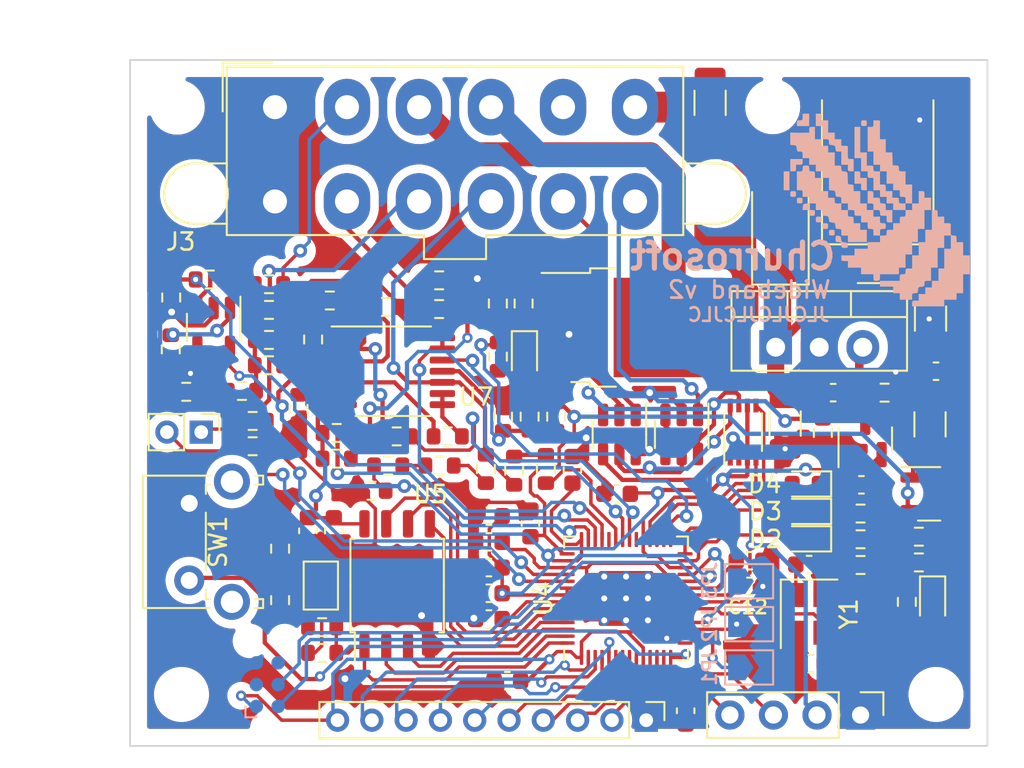
<source format=kicad_pcb>
(kicad_pcb (version 20211014) (generator pcbnew)
  (layers (0 "F.Cu" signal) (31 "B.Cu" signal) (34 "B.Paste" user) (35 "F.Paste" user) (36 "B.SilkS" user "B.Silkscreen") (37 "F.SilkS" user "F.Silkscreen") (38 "B.Mask" user) (39 "F.Mask" user) (44 "Edge.Cuts" user))
  (net 0 "")
  (net 1 "12V_RAW")
  (net 2 "GND")
  (net 3 "/LSU_Heater+")
  (net 4 "+5V")
  (net 5 "+3V3")
  (net 6 "+1V1")
  (net 7 "Net-(C16-Pad2)")
  (net 8 "Net-(C17-Pad2)")
  (net 9 "Net-(C24-Pad1)")
  (net 10 "Net-(C26-Pad1)")
  (net 11 "Net-(C26-Pad2)")
  (net 12 "/LSU_Vm")
  (net 13 "/Ip_sense")
  (net 14 "/LSU_Un")
  (net 15 "Net-(C30-Pad2)")
  (net 16 "VDDA")
  (net 17 "Net-(D2-Pad1)")
  (net 18 "/LED_GREEN")
  (net 19 "Net-(D3-Pad1)")
  (net 20 "/LED_BLUE")
  (net 21 "Net-(D6-Pad2)")
  (net 22 "/LED_RED")
  (net 23 "/OLED_SCL")
  (net 24 "/OLED_SDA")
  (net 25 "/LSU_Ip")
  (net 26 "/LSU_Heater-")
  (net 27 "/LSU_Rtrim")
  (net 28 "/V0")
  (net 29 "/V1")
  (net 30 "/SYS_SWDIO")
  (net 31 "/SYS_SWCLK")
  (net 32 "/USB_DP")
  (net 33 "/USB_DM")
  (net 34 "/GPIO7")
  (net 35 "/GPIO6")
  (net 36 "/GPIO5")
  (net 37 "/GPIO4")
  (net 38 "/GPIO3")
  (net 39 "/GPIO2")
  (net 40 "/GPIO1")
  (net 41 "/GPIO0")
  (net 42 "/CF_CONF0")
  (net 43 "/CF_CONF1")
  (net 44 "/CF_CONF2")
  (net 45 "Net-(Q1-Pad1)")
  (net 46 "/MODE_CHG")
  (net 47 "/Ip_dac")
  (net 48 "/Vm")
  (net 49 "Net-(R18-Pad1)")
  (net 50 "/Wideband/LSU_Un_sense")
  (net 51 "Net-(R22-Pad2)")
  (net 52 "/heater_pwm")
  (net 53 "/UN_SENSE")
  (net 54 "/Nernst_esr_drive")
  (net 55 "Net-(R31-Pad1)")
  (net 56 "/D_SDA_5")
  (net 57 "/D_SCL_5")
  (net 58 "/D_SCL")
  (net 59 "/D_SDA")
  (net 62 "Net-(U4-Pad51)")
  (net 63 "Net-(U4-Pad52)")
  (net 64 "Net-(U4-Pad53)")
  (net 65 "Net-(U4-Pad54)")
  (net 66 "Net-(U4-Pad55)")
  (net 69 "Net-(D4-Pad1)")
  (net 70 "Net-(D7-Pad2)")
  (net 74 "Net-(JP4-Pad2)")
  (net 75 "Net-(R5-Pad1)")
  (net 76 "Net-(R6-Pad2)")
  (net 77 "Net-(R7-Pad1)")
  (net 78 "Net-(R12-Pad1)")
  (net 79 "Net-(R19-Pad1)")
  (net 80 "Net-(R21-Pad1)")
  (net 81 "Net-(R23-Pad2)")
  (net 82 "Net-(R32-Pad1)")
  (footprint "Capacitor_SMD:C_1206_3216Metric" (layer "F.Cu") (at 147.15 50.1 180)
    (fp_text reference "C3" hide)
    (fp_text value "10uF")
  )
  (footprint "Capacitor_SMD:C_0603_1608Metric" (layer "F.Cu") (at 140.125 67.2)
    (fp_text reference "C22" hide)
    (fp_text value "100nF")
  )
  (footprint "Capacitor_SMD:C_0603_1608Metric" (layer "F.Cu") (at 140.125 68.7)
    (fp_text reference "C12")
    (fp_text value "100nF")
  )
  (footprint "Package_TO_SOT_SMD:SOT-23" (layer "F.Cu") (at 146.875 60.075 90)
    (fp_text reference "U10" hide)
    (fp_text value "XC6206P332MR")
  )
  (footprint "Resistor_SMD:R_0603_1608Metric" (layer "F.Cu") (at 146.6 67.45 180)
    (fp_text reference "R1" hide)
    (fp_text value "1k")
  )
  (footprint "Resistor_SMD:R_0603_1608Metric" (layer "F.Cu") (at 122.525 59.95 180)
    (fp_text reference "R23" hide)
    (fp_text value "10k")
  )
  (footprint "Resistor_SMD:R_0603_1608Metric" (layer "F.Cu") (at 108.65 50.8 180)
    (fp_text reference "R25" hide)
    (fp_text value "3.3k")
  )
  (footprint "Package_SO:TSSOP-14_4.4x5mm_P0.65mm" (layer "F.Cu") (at 119.35 56.15)
    (fp_text reference "U7")
    (fp_text value "MCP6004")
  )
  (footprint "Resistor_SMD:R_0603_1608Metric" (layer "F.Cu") (at 118.925 52.4)
    (fp_text reference "R12" hide)
    (fp_text value "68k")
  )
  (footprint "Resistor_SMD:R_0603_1608Metric" (layer "F.Cu") (at 112.1 54.325)
    (fp_text reference "R15" hide)
    (fp_text value "47")
  )
  (footprint "Resistor_SMD:R_0603_1608Metric" (layer "F.Cu") (at 150 67.3)
    (fp_text reference "C33" hide)
    (fp_text value "100nF")
  )
  (footprint "Diode_SMD:D_SMC" (layer "F.Cu") (at 147.6 43.95 90)
    (fp_text reference "D1" hide)
    (fp_text value "D_TVS")
  )
  (footprint "Resistor_SMD:R_0603_1608Metric" (layer "F.Cu") (at 116.05 59.75)
    (fp_text reference "R27" hide)
    (fp_text value "27k")
  )
  (footprint "Capacitor_SMD:C_0603_1608Metric" (layer "F.Cu") (at 124.925 67.6 180)
    (fp_text reference "C18" hide)
    (fp_text value "100nF")
  )
  (footprint "Connector_PinHeader_2.00mm:PinHeader_1x02_P2.00mm_Vertical" (layer "F.Cu") (at 108.15 59.7 -90)
    (fp_text reference "J5" hide)
    (fp_text value "USB")
  )
  (footprint "Capacitor_SMD:C_0603_1608Metric" (layer "F.Cu") (at 124.925 70.6 180)
    (fp_text reference "C23" hide)
    (fp_text value "100nF")
  )
  (footprint "Resistor_SMD:R_0603_1608Metric" (layer "F.Cu") (at 125.75 58.8 90)
    (fp_text reference "C24" hide)
    (fp_text value "1uF")
  )
  (footprint "LED_SMD:LED_0603_1608Metric" (layer "F.Cu") (at 143.4 64.325 180)
    (fp_text reference "D3")
    (fp_text value "BLUE")
  )
  (footprint "LED_SMD:LED_0603_1608Metric" (layer "F.Cu") (at 150.8 69.6 -90)
    (fp_text reference "D7" hide)
    (fp_text value "RED")
  )
  (footprint "Resistor_SMD:R_0603_1608Metric" (layer "F.Cu") (at 112.75 69.5 90)
    (fp_text reference "R4" hide)
    (fp_text value "10k")
  )
  (footprint "Resistor_SMD:R_0603_1608Metric" (layer "F.Cu") (at 111.15 60.525 180)
    (fp_text reference "R5" hide)
    (fp_text value "27R")
  )
  (footprint "Package_TO_SOT_SMD:SOT-23" (layer "F.Cu") (at 150.6 63.3)
    (fp_text reference "U9" hide)
    (fp_text value "REF3033")
  )
  (footprint "Resistor_SMD:R_0603_1608Metric" (layer "F.Cu") (at 116.05 61.25 180)
    (fp_text reference "R22" hide)
    (fp_text value "10k")
  )
  (footprint "Capacitor_SMD:C_0603_1608Metric" (layer "F.Cu") (at 136.4 75.95 -90)
    (fp_text reference "C11" hide)
    (fp_text value "100nF")
  )
  (footprint "Resistor_SMD:R_0603_1608Metric" (layer "F.Cu") (at 119.05 61.65 180)
    (fp_text reference "R31" hide)
    (fp_text value "20k")
  )
  (footprint "Resistor_SMD:R_0603_1608Metric" (layer "F.Cu") (at 114.675 54.3 -90)
    (fp_text reference "R13" hide)
    (fp_text value "10k")
  )
  (footprint "Resistor_SMD:R_0603_1608Metric" (layer "F.Cu") (at 111.15 59.05)
    (fp_text reference "R6" hide)
    (fp_text value "27R")
  )
  (footprint "Package_TO_SOT_THT:TO-220-3_Vertical" (layer "F.Cu") (at 141.65 54.75)
    (fp_text reference "U2" hide)
    (fp_text value "L7805")
  )
  (footprint "Resistor_SMD:R_0603_1608Metric" (layer "F.Cu") (at 115.65 52.025)
    (fp_text reference "C26" hide)
    (fp_text value "33nF")
  )
  (footprint "Capacitor_SMD:C_0603_1608Metric" (layer "F.Cu") (at 151 56.15)
    (fp_text reference "C5" hide)
    (fp_text value "1uF")
  )
  (footprint "Resistor_SMD:R_0603_1608Metric" (layer "F.Cu") (at 124.75 61.85 -90)
    (fp_text reference "R33" hide)
    (fp_text value "20k")
  )
  (footprint "MountingHole:MountingHole_2.2mm_M2" (layer "F.Cu") (at 106.75 40.75)
    (fp_text reference "H3" hide)
    (fp_text value "MountingHole")
  )
  (footprint "Capacitor_SMD:C_1206_3216Metric" (layer "F.Cu") (at 150.68 53.08 90)
    (fp_text reference "C2" hide)
    (fp_text value "10uF")
  )
  (footprint "Capacitor_SMD:C_0603_1608Metric" (layer "F.Cu") (at 143.7 73.2)
    (fp_text reference "C16" hide)
    (fp_text value "30pF")
  )
  (footprint "Resistor_SMD:R_0603_1608Metric" (layer "F.Cu") (at 150 65.8)
    (fp_text reference "C32" hide)
    (fp_text value "1uF")
  )
  (footprint "Capacitor_SMD:C_0603_1608Metric" (layer "F.Cu") (at 145 57.4 180)
    (fp_text reference "C7" hide)
    (fp_text value "1uF")
  )
  (footprint "Resistor_SMD:R_0603_1608Metric" (layer "F.Cu") (at 112.1 52.575)
    (fp_text reference "R17" hide)
    (fp_text value "61.9")
  )
  (footprint "Diode_SMD:D_SMA" (layer "F.Cu") (at 141.925 47.7 90)
    (fp_text reference "D5" hide)
    (fp_text value "D_Schottky")
  )
  (footprint "Resistor_SMD:R_0603_1608Metric" (layer "F.Cu") (at 112.1 55.8)
    (fp_text reference "R14" hide)
    (fp_text value "10k")
  )
  (footprint "Capacitor_SMD:C_0603_1608Metric" (layer "F.Cu") (at 114.37 65.46 90)
    (fp_text reference "C20" hide)
    (fp_text value "2.2uF")
  )
  (footprint "Resistor_SMD:R_0603_1608Metric" (layer "F.Cu") (at 146.6 65.95 180)
    (fp_text reference "R2" hide)
    (fp_text value "1k")
  )
  (footprint "Resistor_SMD:R_0603_1608Metric" (layer "F.Cu") (at 115.2 72.575 180)
    (fp_text reference "R7" hide)
    (fp_text value "1k")
  )
  (footprint "Resistor_SMD:R_0603_1608Metric" (layer "F.Cu") (at 110.525 57.3)
    (fp_text reference "R18" hide)
    (fp_text value "10k")
  )
  (footprint "MountingHole:MountingHole_2.2mm_M2" (layer "F.Cu") (at 151 75)
    (fp_text reference "H1" hide)
    (fp_text value "MountingHole")
  )
  (footprint "Capacitor_SMD:C_0603_1608Metric" (layer "F.Cu") (at 127.35 65.025 90)
    (fp_text reference "C19" hide)
    (fp_text value "100nF")
  )
  (footprint "Capacitor_SMD:C_1206_3216Metric" (layer "F.Cu") (at 142.2 59.2 -90)
    (fp_text reference "C4" hide)
    (fp_text value "10uF")
  )
  (footprint "Capacitor_SMD:C_0603_1608Metric" (layer "F.Cu") (at 129.8 61.9 90)
    (fp_text reference "C14" hide)
    (fp_text value "100nF")
  )
  (footprint "Package_TO_SOT_SMD:TO-252-2" (layer "F.Cu") (at 133.3 53.6)
    (fp_text reference "Q1" hide)
    (fp_text value "WSF60N06")
  )
  (footprint "Resistor_SMD:R_0603_1608Metric" (layer "F.Cu") (at 106.375 54.875 -90)
    (fp_text reference "R21" hide)
    (fp_text value "100k")
  )
  (footprint "Capacitor_SMD:C_0603_1608Metric" (layer "F.Cu") (at 143.6 67.425 180)
    (fp_text reference "C17" hide)
    (fp_text value "30pF")
  )
  (footprint "Resistor_SMD:R_0603_1608Metric" (layer "F.Cu") (at 126.95 52.2 -90)
    (fp_text reference "R29" hide)
    (fp_text value "1k")
  )
  (footprint "Package_TO_SOT_SMD:SOT-23-6" (layer "F.Cu") (at 132.5372 59.8424 -90)
    (fp_text reference "U1" hide)
    (fp_text value "DAC5571IDBVR")
  )
  (footprint "Capacitor_SMD:C_0603_1608Metric" (layer "F.Cu") (at 124.925 69.1 180)
    (fp_text reference "C15" hide)
    (fp_text value "100nF")
  )
  (footprint "Resistor_SMD:R_0603_1608Metric" (layer "F.Cu") (at 122.025 50.85)
    (fp_text reference "C28" hide)
    (fp_text value "1uF")
  )
  (footprint "Resistor_SMD:R_0603_1608Metric" (layer "F.Cu") (at 107.275 57.35)
    (fp_text reference "R20" hide)
    (fp_text value "100k")
  )
  (footprint "Resistor_SMD:R_0603_1608Metric" (layer "F.Cu") (at 126.4 61.95 90)
    (fp_text reference "C30" hide)
    (fp_text value "100nF")
  )
  (footprint "Resistor_SMD:R_0603_1608Metric" (layer "F.Cu") (at 106.4 51.85 -90)
    (fp_text reference "C29" hide)
    (fp_text value "100nF")
  )
  (footprint "LED_SMD:LED_0603_1608Metric" (layer "F.Cu") (at 143.4 62.725 180)
    (fp_text reference "D4")
    (fp_text value "RED")
  )
  (footprint "Resistor_SMD:R_0603_1608Metric" (layer "F.Cu") (at 122.05 61.65 180)
    (fp_text reference "R32" hide)
    (fp_text value "20k")
  )
  (footprint "Capacitor_SMD:C_0603_1608Metric" (layer "F.Cu") (at 124.925 64.6)
    (fp_text reference "C8" hide)
    (fp_text value "2.2uF")
  )
  (footprint "Resistor_SMD:R_0603_1608Metric" (layer "F.Cu") (at 127.299999 58.8 90)
    (fp_text reference "R10" hide)
    (fp_text value "1k")
  )
  (footprint "Capacitor_SMD:C_0603_1608Metric" (layer "F.Cu") (at 132.4 63.3 180)
    (fp_text reference "C13" hide)
    (fp_text value "100nF")
  )
  (footprint "Package_SO:SOIC-8_5.23x5.23mm_P1.27mm" (layer "F.Cu") (at 119.575 68.65 90)
    (fp_text reference "U5")
    (fp_text value "W25Q128JVS")
  )
  (footprint "Resistor_SMD:R_0603_1608Metric" (layer "F.Cu") (at 113.825 58.35 -90)
    (fp_text reference "R24" hide)
    (fp_text value "27k")
  )
  (footprint "Resistor_SMD:R_0603_1608Metric" (layer "F.Cu") (at 115.2 71.075 180)
    (fp_text reference "R8" hide)
    (fp_text value "10k")
  )
  (footprint "Button_Switch_THT:SW_Tactile_SPST_Angled_PTS645Vx83-2LFS" (layer "F.Cu") (at 107.45 68.35 90)
    (fp_text reference "SW1")
    (fp_text value "SW_Push")
  )
  (footprint "Jumper:SolderJumper-2_P1.3mm_Open_TrianglePad1.0x1.5mm" (layer "F.Cu") (at 115.125 68.65 -90)
    (fp_text reference "JP4" hide)
    (fp_text value "BOOTSEL")
  )
  (footprint "Connector_PinHeader_2.54mm:PinHeader_1x04_P2.54mm_Vertical" (layer "F.Cu") (at 146.6 76.2 -90)
    (fp_text reference "J1" hide)
    (fp_text value "DISPLAY")
  )
  (footprint "Capacitor_SMD:C_0603_1608Metric" (layer "F.Cu") (at 126 74.2 180)
    (fp_text reference "C10" hide)
    (fp_text value "100nF")
  )
  (footprint "wideband:RP2040-QFN-56" (layer "F.Cu") (at 132.925 69.4 90)
    (fp_text reference "U4")
    (fp_text value "RP2040")
  )
  (footprint "Connector_PinHeader_2.00mm:PinHeader_1x10_P2.00mm_Vertical" (layer "F.Cu") (at 134.1 76.5 -90)
    (fp_text reference "J2" hide)
    (fp_text value "GPIO")
  )
  (footprint "Resistor_SMD:R_0603_1608Metric" (layer "F.Cu") (at 128.25 61.85 -90)
    (fp_text reference "R30" hide)
    (fp_text value "22k")
  )
  (footprint "Resistor_SMD:R_0603_1608Metric" (layer "F.Cu") (at 112.1 51.075)
    (fp_text reference "R19" hide)
    (fp_text value "10k")
  )
  (footprint "Resistor_SMD:R_0603_1608Metric" (layer "F.Cu") (at 122.025 52.525)
    (fp_text reference "R16" hide)
    (fp_text value "10")
  )
  (footprint "Resistor_SMD:R_0603_1608Metric" (layer "F.Cu") (at 125.45 52.2 -90)
    (fp_text reference "R28" hide)
    (fp_text value "1k")
  )
  (footprint "Resistor_SMD:R_0603_1608Metric" (layer "F.Cu") (at 148 57.4)
    (fp_text reference "C31" hide)
    (fp_text value "1u")
  )
  (footprint "Capacitor_SMD:C_1206_3216Metric" (layer "F.Cu") (at 137.825 40.5 90)
    (fp_text reference "C1" hide)
    (fp_text value "10uF")
  )
  (footprint "Resistor_SMD:R_0603_1608Metric" (layer "F.Cu") (at 118.08 63.12 180)
    (fp_text reference "C25" hide)
    (fp_text value "100nF")
  )
  (footprint "Capacitor_SMD:C_0603_1608Metric" (layer "F.Cu") (at 115.88 65.47 90)
    (fp_text reference "C21" hide)
    (fp_text value "100nF")
  )
  (footprint "LED_SMD:LED_0603_1608Metric" (layer "F.Cu") (at 143.4 65.925 180)
    (fp_text reference "D2")
    (fp_text value "GREEN")
  )
  (footprint "Resistor_SMD:R_0603_1608Metric" (layer "F.Cu") (at 144.4 59.75 -90)
    (fp_text reference "C34" hide)
    (fp_text value "100nF")
  )
  (footprint "MountingHole:MountingHole_2.2mm_M2" (layer "F.Cu") (at 107 75)
    (fp_text reference "H2" hide)
    (fp_text value "MountingHole")
  )
  (footprint "MountingHole:MountingHole_2.2mm_M2" (layer "F.Cu") (at 141.475 40.725)
    (fp_text reference "H4" hide)
    (fp_text value "MountingHole")
  )
  (footprint "Resistor_SMD:R_0603_1608Metric" (layer "F.Cu") (at 112.75 66.5 90)
    (fp_text reference "C27" hide)
    (fp_text value "100nF")
  )
  (footprint "Package_TO_SOT_SMD:TSOT-23-5" (layer "F.Cu") (at 108.875 53.6 -90)
    (fp_text reference "U8" hide)
    (fp_text value "OPA388IDR")
  )
  (footprint "Resistor_SMD:R_0603_1608Metric" (layer "F.Cu") (at 146.6 64.45 180)
    (fp_text reference "R3" hide)
    (fp_text value "1k")
  )
  (footprint "Resistor_SMD:R_0603_1608Metric" (layer "F.Cu") (at 128.85 58.8 -90)
    (fp_text reference "R9" hide)
    (fp_text value "1k")
  )
  (footprint "Crystal:Crystal_SMD_3225-4Pin_3.2x2.5mm" (layer "F.Cu") (at 143.6 70.3 -90)
    (fp_text reference "Y1")
    (fp_text value "12MHz")
  )
  (footprint "Resistor_SMD:R_0603_1608Metric" (layer "F.Cu") (at 149.3 69.6 90)
    (fp_text reference "R34" hide)
    (fp_text value "1k")
  )
  (footprint "Capacitor_SMD:C_0603_1608Metric" (layer "F.Cu") (at 146.65 62.775 180)
    (fp_text reference "C35" hide)
    (fp_text value "4.7uF")
  )
  (footprint "Connector_Molex:Molex_Mini-Fit_Jr_5566-12A2_2x06_P4.20mm_Vertical" (layer "F.Cu") (at 112.45 40.75)
    (fp_text reference "J3")
    (fp_text value "LSU")
  )
  (footprint "LED_SMD:LED_0603_1608Metric" (layer "F.Cu") (at 127 55.3 -90)
    (fp_text reference "D6" hide)
    (fp_text value "RED")
  )
  (footprint "Package_TO_SOT_SMD:SOT-23-6" (layer "F.Cu") (at 136.1694 59.8369 -90)
    (fp_text reference "U3" hide)
    (fp_text value "DAC5571IDBVR")
  )
  (footprint "Package_SO:VSSOP-8_2.3x2mm_P0.5mm" (layer "F.Cu") (at 139.75 59.7 90)
    (fp_text reference "U6" hide)
    (fp_text value "TXS0102DCU")
  )
  (footprint "Resistor_SMD:R_0603_1608Metric" (layer "F.Cu") (at 125.45 55.3 90)
    (fp_text reference "R26" hide)
    (fp_text value "1k")
  )
  (footprint "Capacitor_SMD:C_1206_3216Metric" (layer "F.Cu") (at 150.65 59.25 -90)
    (fp_text reference "C6" hide)
    (fp_text value "10uF")
  )
  (footprint "Capacitor_SMD:C_0603_1608Metric" (layer "F.Cu") (at 124.925 66.1)
    (fp_text reference "C9" hide)
    (fp_text value "2.2uF")
  )
  (footprint "Resistor_SMD:R_0603_1608Metric" (layer "F.Cu") (at 119.55 59.95 180)
    (fp_text reference "R11" hide)
    (fp_text value "68k")
  )
  (footprint "Connector:Tag-Connect_TC2030-IDC-NL_2x03_P1.27mm_Vertical" (layer "B.Cu") (at 112 74.425 90)
    (fp_text reference "J4" hide)
    (fp_text value "Tag connect")
  )
  (footprint "Jumper:SolderJumper-2_P1.3mm_Open_TrianglePad1.0x1.5mm" (layer "B.Cu") (at 140.1 68.4)
    (fp_text reference "JP3")
    (fp_text value "CF_CONF2")
  )
  (footprint "OpenEFI-STM32F_rev3:churro_new_v4" (layer "B.Cu") (at 147.35 46.75 180)
    (fp_text reference "Churrosoft")
    (fp_text value "SYM_Hot_Large" hide)
  )
  (footprint "Jumper:SolderJumper-2_P1.3mm_Open_TrianglePad1.0x1.5mm" (layer "B.Cu") (at 140.1 70.9)
    (fp_text reference "JP2")
    (fp_text value "CF_CONF1")
  )
  (footprint "Jumper:SolderJumper-2_P1.3mm_Open_TrianglePad1.0x1.5mm" (layer "B.Cu") (at 140.1 73.425)
    (fp_text reference "JP1")
    (fp_text value "CF_CONF0")
  )
  (gr_line (start 154 78) (end 104 78) (layer "Edge.Cuts") (width 0.1))
  (gr_line (start 104 78) (end 104 38) (layer "Edge.Cuts") (width 0.1))
  (gr_line (start 154 38) (end 154 78) (layer "Edge.Cuts") (width 0.1))
  (gr_line (start 104 38) (end 154 38) (layer "Edge.Cuts") (width 0.1))
  (gr_text "JLCJLCJLCJLC" (at 140.65 52.85) (layer "B.SilkS") (effects (font (size 0.8 0.8)) (justify mirror)))
  (gr_text "Wideband v2" (at 144.95 51.4) (layer "B.SilkS") (effects (font (size 1 1) (thickness 0.16)) (justify left mirror)))
  (segment (start 147.6 47.35) (end 147.6 49.075) (width 1.4) (layer "F.Cu") (net 1))
  (segment (start 137.825 41.975) (end 136.6 40.75) (width 1.8) (layer "F.Cu") (net 1))
  (segment (start 141.925 45.7) (end 139.225 43) (width 1.6) (layer "F.Cu") (net 1))
  (segment (start 138.85 43) (end 137.825 41.975) (width 1.8) (layer "F.Cu") (net 1))
  (segment (start 141.925 45.7) (end 145.25 45.7) (width 1.8) (layer "F.Cu") (net 1))
  (segment (start 136.6 40.75) (end 133.45 40.75) (width 1.8) (layer "F.Cu") (net 1))
  (segment (start 146.9 47.35) (end 147.6 47.35) (width 1.8) (layer "F.Cu") (net 1))
  (segment (start 147.6 49.075) (end 148.625 50.1) (width 1.4) (layer "F.Cu") (net 1))
  (segment (start 139.225 43) (end 138.85 43) (width 1.6) (layer "F.Cu") (net 1))
  (segment (start 145.25 45.7) (end 146.9 47.35) (width 1.8) (layer "F.Cu") (net 1))
  (segment (start 149.175 50.1) (end 150.68 51.605) (width 1) (layer "F.Cu") (net 1))
  (segment (start 148.625 50.1) (end 149.175 50.1) (width 1) (layer "F.Cu") (net 1))
  (segment (start 107.203769 53.478769) (end 106.4 52.675) (width 0.25) (layer "F.Cu") (net 2))
  (segment (start 129.8 61.125) (end 130.225 61.125) (width 0.25) (layer "F.Cu") (net 2))
  (segment (start 129.1 54.5) (end 129.6 54) (width 0.25) (layer "F.Cu") (net 2))
  (segment (start 143.4 74.35) (end 144.75 74.35) (width 0.2) (layer "F.Cu") (net 2))
  (segment (start 124.15 69.2) (end 124.15 69.1) (width 0.2) (layer "F.Cu") (net 2))
  (segment (start 133.4872 60.9799) (end 134.0159 60.9799) (width 0.25) (layer "F.Cu") (net 2))
  (segment (start 127.7325 54.5125) (end 129.1 55.88) (width 0.25) (layer "F.Cu") (net 2))
  (segment (start 117 74.55) (end 124.875 74.55) (width 0.2) (layer "F.Cu") (net 2))
  (segment (start 140.9 68.7) (end 140.9 67.2) (width 0.2) (layer "F.Cu") (net 2))
  (segment (start 124.875 74.55) (end 125.225 74.2) (width 0.2) (layer "F.Cu") (net 2))
  (segment (start 150.6 54.475) (end 150.68 54.555) (width 0.5) (layer "F.Cu") (net 2))
  (segment (start 142.925 73.2) (end 142.925 73.875) (width 0.2) (layer "F.Cu") (net 2))
  (segment (start 136.3625 70.4) (end 135.830025 70.4) (width 0.2) (layer "F.Cu") (net 2))
  (segment (start 118.3 64.165) (end 118.3 66.15) (width 0.2) (layer "F.Cu") (net 2))
  (segment (start 150.05 41.5) (end 148.55 41.5) (width 0.25) (layer "F.Cu") (net 2))
  (segment (start 144.45 69.2) (end 144.45 67.5) (width 0.2) (layer "F.Cu") (net 2))
  (segment (start 144.45 60.575) (end 144.4 60.575) (width 0.25) (layer "F.Cu") (net 2))
  (segment (start 144.225 57.4) (end 144.225 54.785) (width 0.5) (layer "F.Cu") (net 2))
  (segment (start 108.875 52.9484) (end 108.344631 53.478769) (width 0.25) (layer "F.Cu") (net 2))
  (segment (start 117.255 63.12) (end 115.93 63.12) (width 0.2) (layer "F.Cu") (net 2))
  (segment (start 124.15 64.1) (end 124.45 63.8) (width 0.2) (layer "F.Cu") (net 2))
  (segment (start 124.1 70.55) (end 124.15 70.6) (width 0.2) (layer "F.Cu") (net 2))
  (segment (start 124.15 70.6) (end 124.15 69.1) (width 0.2) (layer "F.Cu") (net 2))
  (segment (start 123.186396 56.15) (end 125.011396 57.975) (width 0.25) (layer "F.Cu") (net 2))
  (segment (start 124.15 64.6) (end 124.15 64.1) (width 0.2) (layer "F.Cu") (net 2))
  (segment (start 145.875 61.0625) (end 145.925 61.0125) (width 0.25) (layer "F.Cu") (net 2))
  (segment (start 144.75 74.35) (end 146.6 76.2) (width 0.2) (layer "F.Cu") (net 2))
  (segment (start 148.65 56.2) (end 148.65 57.225) (width 0.5) (layer "F.Cu") (net 2))
  (segment (start 108.344631 53.478769) (end 107.203769 53.478769) (width 0.25) (layer "F.Cu") (net 2))
  (segment (start 150.6 53.1) (end 150.6 54.475) (width 0.5) (layer "F.Cu") (net 2))
  (segment (start 115.132893 62.34) (end 113.825 61.032107) (width 0.2) (layer "F.Cu") (net 2))
  (segment (start 124.875 51.375) (end 124.25 50.75) (width 0.25) (layer "F.Cu") (net 2))
  (segment (start 124.45 63.8) (end 126.9 63.8) (width 0.2) (layer "F.Cu") (net 2))
  (segment (start 115.93 63.12) (end 115.15 62.34) (width 0.2) (layer "F.Cu") (net 2))
  (segment (start 139.5 60.4) (end 139.5 61.25) (width 0.25) (layer "F.Cu") (net 2))
  (segment (start 125.75 57.975) (end 127.299999 57.975) (width 0.25) (layer "F.Cu") (net 2))
  (segment (start 115.935 66.3) (end 115.88 66.245) (width 0.2) (layer "F.Cu") (net 2))
  (segment (start 150.825 65.8) (end 151.2 65.425) (width 0.25) (layer "F.Cu") (net 2))
  (segment (start 124.15 69.1) (end 124.15 67.6) (width 0.2) (layer "F.Cu") (net 2))
  (segment (start 114.38 66.245) (end 114.37 66.235) (width 0.2) (layer "F.Cu") (net 2))
  (segment (start 118.15 66.3) (end 115.935 66.3) (width 0.2) (layer "F.Cu") (net 2))
  (segment (start 115.15 62.34) (end 115.132893 62.34) (width 0.2) (layer "F.Cu") (net 2))
  (segment (start 144.3 60.675) (end 144.4 60.575) (width 0.5) (layer "F.Cu") (net 2))
  (segment (start 124.15 67.6) (end 124.15 66.1) (width 0.2) (layer "F.Cu") (net 2))
  (segment (start 108.875 52.4625) (end 108.875 52.9484) (width 0.25) (layer "F.Cu") (net 2))
  (segment (start 150.925 65.9) (end 150.825 65.8) (width 0.25) (layer "F.Cu") (net 2))
  (segment (start 130.598721 60.033023) (end 130.598721 60.326279) (width 0.25) (layer "F.Cu") (net 2))
  (segment (start 142.925 73.875) (end 143.4 74.35) (width 0.2) (layer "F.Cu") (net 2))
  (segment (start 151.2 65.425) (end 151.2 63.6375) (width 0.25) (layer "F.Cu") (net 2))
  (segment (start 132.5372 58.050773) (end 132.5372 58.7049) (width 0.25) (layer "F.Cu") (net 2))
  (segment (start 148.55 41.5) (end 147.6 40.55) (width 0.25) (layer "F.Cu") (net 2))
  (segment (start 127 54.5125) (end 127.7325 54.5125) (width 0.25) (layer "F.Cu") (net 2))
  (segment (start 125.011396 57.975) (end 125.75 57.975) (width 0.25) (layer "F.Cu") (net 2))
  (segment (start 144.45 67.5) (end 144.375 67.425) (width 0.2) (layer "F.Cu") (net 2))
  (segment (start 114.37 66.235) (end 114.37 67.17) (width 0.2) (layer "F.Cu") (net 2))
  (segment (start 132.5372 59.089151) (end 132.5372 58.7049) (width 0.25) (layer "F.Cu") (net 2))
  (segment (start 115.88 66.245) (end 114.38 66.245) (width 0.2) (layer "F.Cu") (net 2))
  (segment (start 135.45 71.575) (end 135.3 71.725) (width 0.2) (layer "F.Cu") (net 2))
  (segment (start 122.2125 56.15) (end 123.186396 56.15) (width 0.25) (layer "F.Cu") (net 2))
  (segment (start 114.37 67.17) (end 115.125 67.925) (width 0.2) (layer "F.Cu") (net 2))
  (segment (start 129.1 55.88) (end 129.1 56.174999) (width 0.25) (layer "F.Cu") (net 2))
  (segment (start 136.1694 58.6994) (end 136.1694 58.315149) (width 0.25) (layer "F.Cu") (net 2))
  (segment (start 148.65 57.225) (end 148.825 57.4) (width 0.5) (layer "F.Cu") (net 2))
  (segment (start 151.2 63.6375) (end 151.5375 63.3) (width 0.25) (layer "F.Cu") (net 2))
  (segment (start 136.1694 58.315149) (end 135.254251 57.4) (width 0.25) (layer "F.Cu") (net 2))
  (segment (start 125.45 51.375) (end 124.875 51.375) (width 0.25) (layer "F.Cu") (net 2))
  (segment (start 150.925 67.2) (end 150.925 65.9) (width 0.25) (layer "F.Cu") (net 2))
  (segment (start 130.225 61.125) (end 131.625 62.525) (width 0.25) (layer "F.Cu") (net 2))
  (segment (start 144.225 54.785) (end 144.19 54.75) (width 0.5) (layer "F.Cu") (net 2))
  (segment (start 142.2 60.675) (end 144.3 60.675) (width 0.5) (layer "F.Cu") (net 2))
  (segment (start 113.825 61.032107) (end 113.825 59.175) (width 0.2) (layer "F.Cu") (net 2))
  (segment (start 106.4 52.675) (end 106.425 52.7) (width 0.25) (layer "F.Cu") (net 2))
  (segment (start 129.1 55.88) (end 129.1 54.5) (width 0.25) (layer "F.Cu") (net 2))
  (segment (start 142.925 71.575) (end 142.75 71.4) (width 0.2) (layer "F.Cu") (net 2))
  (segment (start 139.162299 60.062299) (end 139.5 60.4) (width 0.25) (layer "F.Cu") (net 2))
  (segment (start 124.05 70.55) (end 124.1 70.55) (width 0.2) (layer "F.Cu") (net 2))
  (segment (start 130.598721 60.326279) (end 129.8 61.125) (width 0.25) (layer "F.Cu") (net 2))
  (segment (start 130.366427 55.88) (end 132.5372 58.050773) (width 0.25) (layer "F.Cu") (net 2))
  (segment (start 136.4 76.725) (end 134.325 76.725) (width 0.25) (layer "F.Cu") (net 2))
  (segment (start 134.0159 60.9799) (end 134.2898 60.706) (width 0.25) (layer "F.Cu") (net 2))
  (segment (start 145.4875 60.575) (end 145.925 61.0125) (width 0.25) (layer "F.Cu") (net 2))
  (segment (start 135.830025 70.4) (end 135.45 70.780025) (width 0.2) (layer "F.Cu") (net 2))
  (segment (start 135.254251 57.4) (end 134.3 57.4) (width 0.25) (layer "F.Cu") (net 2))
  (segment (start 135.45 70.780025) (end 135.45 71.575) (width 0.2) (layer "F.Cu") (net 2))
  (segment (start 117.255 63.12) (end 118.3 64.165) (width 0.2) (layer "F.Cu") (net 2))
  (segment (start 126.9 63.8) (end 127.35 64.25) (width 0.2) (layer "F.Cu") (net 2))
  (segment (start 144.4 60.575) (end 145.4875 60.575) (width 0.25) (layer "F.Cu") (net 2))
  (segment (start 131.625 62.525) (end 131.625 63.3) (width 0.25) (layer "F.Cu") (net 2))
  (segment (start 134.325 76.725) (end 134.1 76.5) (width 0.25) (layer "F.Cu") (net 2))
  (segment (start 124.15 66.1) (end 124.15 64.6) (width 0.2) (layer "F.Cu") (net 2))
  (segment (start 118.3 66.15) (end 118.15 66.3) (width 0.2) (layer "F.Cu") (net 2))
  (segment (start 129.1 56.174999) (end 127.299999 57.975) (width 0.25) (layer "F.Cu") (net 2))
  (segment (start 116.532122 74.082122) (end 117 74.55) (width 0.2) (layer "F.Cu") (net 2))
  (segment (start 150.825 67.3) (end 150.925 67.2) (width 0.25) (layer "F.Cu") (net 2))
  (segment (start 129.1 55.88) (end 130.366427 55.88) (width 0.25) (layer "F.Cu") (net 2))
  (segment (start 145.875 62.775) (end 145.875 61.0625) (width 0.25) (layer "F.Cu") (net 2))
  (segment (start 142.925 73.2) (end 142.925 71.575) (width 0.2) (layer "F.Cu") (net 2))
  (via (at 140.9 68.7) (size 0.6) (drill 0.3) (layers "F.Cu" "B.Cu") (net 2))
  (via (at 142.2 60.675) (size 0.6) (drill 0.3) (layers "F.Cu" "B.Cu") (net 2))
  (via (at 124.05 70.55) (size 0.8) (drill 0.4) (layers "F.Cu" "B.Cu") (net 2))
  (via (at 130.598721 60.033023) (size 0.8) (drill 0.4) (layers "F.Cu" "B.Cu") (net 2))
  (via (at 150.05 41.5) (size 0.6) (drill 0.3) (layers "F.Cu" "B.Cu") (net 2))
  (via (at 134.2898 60.706) (size 0.8) (drill 0.4) (layers "F.Cu" "B.Cu") (net 2))
  (via (at 121 70.4) (size 0.8) (drill 0.4) (layers "F.Cu" "B.Cu") (net 2))
  (via (at 135.3 71.725) (size 0.6) (drill 0.3) (layers "F.Cu" "B.Cu") (net 2))
  (via (at 148.65 56.2) (size 0.6) (drill 0.3) (layers "F.Cu" "B.Cu") (net 2))
  (via (at 139.162299 60.062299) (size 0.8) (drill 0.4) (layers "F.Cu" "B.Cu") (net 2))
  (via (at 134.3 57.4) (size 0.8) (drill 0.4) (layers "F.Cu" "B.Cu") (net 2))
  (via (at 150.6 53.1) (size 0.6) (drill 0.3) (layers "F.Cu" "B.Cu") (net 2))
  (via (at 107.525 56.275) (size 0.6) (drill 0.3) (layers "F.Cu" "B.Cu") (net 2))
  (via (at 124.25 50.75) (size 0.8) (drill 0.4) (layers "F.Cu" "B.Cu") (net 2))
  (via (at 116.532122 74.082122) (size 0.8) (drill 0.4) (layers "F.Cu" "B.Cu") (net 2))
  (via (at 106.425 52.7) (size 0.8) (drill 0.4) (layers "F.Cu" "B.Cu") (net 2))
  (via (at 129.6 54) (size 0.8) (drill 0.4) (layers "F.Cu" "B.Cu") (net 2))
  (segment (start 140.825 73.425) (end 140.825 70.9) (width 0.25) (layer "B.Cu") (net 2))
  (segment (start 140.825 70.9) (end 140.825 68.4) (width 0.25) (layer "B.Cu") (net 2))
  (segment (start 124.175 70.675) (end 124.05 70.55) (width 0.2) (layer "B.Cu") (net 2))
  (segment (start 107.45 64.4) (end 113.45 70.4) (width 0.25) (layer "B.Cu") (net 2))
  (segment (start 142.2 60.675) (end 139.775 60.675) (width 0.5) (layer "B.Cu") (net 2))
  (segment (start 128 57.65) (end 129.25 56.4) (width 0.25) (layer "B.Cu") (net 2))
  (segment (start 134.799502 57.899502) (end 137.050305 57.899502) (width 0.25) (layer "B.Cu") (net 2))
  (segment (start 131.6 56.4) (end 132.8 57.6) (width 0.25) (layer "B.Cu") (net 2))
  (segment (start 137.8 62.184695) (end 137.8 63.5) (width 0.25) (layer "B.Cu") (net 2))
  (segment (start 105.75 53.375) (end 105.75 55) (width 0.25) (layer "B.Cu") (net 2))
  (segment (start 134.1 57.6) (end 134.3 57.4) (width 0.25) (layer "B.Cu") (net 2))
  (segment (start 128 58.85) (end 128 57.65) (width 0.25) (layer "B.Cu") (net 2))
  (segment (start 140.825 73.425) (end 140.825 74.475) (width 0.25) (layer "B.Cu") (net 2))
  (segment (start 139.162299 60.062299) (end 139.179237 60.079237) (width 0.25) (layer "B.Cu") (net 2))
  (segment (start 139.15 64.85) (end 139.15 66.3) (width 0.25) (layer "B.Cu") (net 2))
  (segment (start 129.183023 60.033023) (end 128 58.85) (width 0.25) (layer "B.Cu") (net 2))
  (segment (start 105.75 55) (end 107.025 56.275) (width 0.25) (layer "B.Cu") (net 2))
  (segment (start 123.9 70.4) (end 121 70.4) (width 0.2) (layer "B.Cu") (net 2))
  (segment (start 144.1 54.75) (end 144.19 54.75) (width 0.25) (layer "B.Cu") (net 2))
  (segment (start 113.45 70.4) (end 121 70.4) (width 0.25) (layer "B.Cu") (net 2))
  (segment (start 140.825 74.475) (end 140.35 74.95) (width 0.25) (layer "B.Cu") (net 2))
  (segment (start 137.774807 57.175) (end 141.675 57.175) (width 0.25) (layer "B.Cu") (net 2))
  (segment (start 137.050305 57.899502) (end 137.774807 57.175) (width 0.25) (layer "B.Cu") (net 2))
  (segment (start 132.8 57.6) (end 134.1 57.6) (width 0.25) (layer "B.Cu") (net 2))
  (segment (start 137.85 74.95) (end 136.625 73.725) (width 0.25) (layer "B.Cu") (net 2))
  (segment (start 134.1 75.45) (end 134.1 76.5) (width 0.25) (layer "B.Cu") (net 2))
  (segment (start 134.3 57.4) (end 134.799502 57.899502) (width 0.25) (layer "B.Cu") (net 2))
  (segment (start 135.85 74.5) (end 135.05 74.5) (width 0.25) (layer "B.Cu") (net 2))
  (segment (start 139.179237 60.079237) (end 139.179237 60.805458) (width 0.25) (layer "B.Cu") (net 2))
  (segment (start 139.775 60.675) (end 139.162299 60.062299) (width 0.5) (layer "B.Cu") (net 2))
  (segment (start 136.625 73.725) (end 135.85 74.5) (width 0.25) (layer "B.Cu") (net 2))
  (segment (start 148.65 56.2) (end 148.65 55.05) (width 0.5) (layer "B.Cu") (net 2))
  (segment (start 107.025 56.275) (end 107.525 56.275) (width 0.25) (layer "B.Cu") (net 2))
  (segment (start 130.598721 60.033023) (end 129.183023 60.033023) (width 0.25) (layer "B.Cu") (net 2))
  (segment (start 135.725 70.675) (end 137.05 72) (width 0.25) (layer "B.Cu") (net 2))
  (segment (start 124.05 70.55) (end 123.9 70.4) (width 0.2) (layer "B.Cu") (net 2))
  (segment (start 145.64 56.2) (end 148.65 56.2) (width 0.5) (layer "B.Cu") (net 2))
  (segment (start 141.675 57.175) (end 144.1 54.75) (width 0.25) (layer "B.Cu") (net 2))
  (segment (start 137.05 73.3) (end 136.625 73.725) (width 0.25) (layer "B.Cu") (net 2))
  (segment (start 144.19 54.75) (end 145.64 56.2) (width 0.5) (layer "B.Cu") (net 2))
  (segment (start 137.05 72) (end 137.05 73.3) (width 0.25) (layer "B.Cu") (net 2))
  (segment (start 137.8 63.5) (end 139.15 64.85) (width 0.25) (layer "B.Cu") (net 2))
  (segment (start 139.179237 60.805458) (end 137.8 62.184695) (width 0.25) (layer "B.Cu") (net 2))
  (segment (start 139.15 66.3) (end 140.825 67.975) (width 0.25) (layer "B.Cu") (net 2))
  (segment (start 140.35 74.95) (end 137.85 74.95) (width 0.25) (layer "B.Cu") (net 2))
  (segment (start 106.425 52.7) (end 105.75 53.375) (width 0.25) (layer "B.Cu") (net 2))
  (segment (start 148.65 55.05) (end 150.6 53.1) (width 0.5) (layer "B.Cu") (net 2))
  (segment (start 135.05 74.5) (end 134.1 75.45) (width 0.25) (layer "B.Cu") (net 2))
  (segment (start 134.2 70.675) (end 135.725 70.675) (width 0.25) (layer "B.Cu") (net 2))
  (segment (start 140.825 67.975) (end 140.825 68.4) (width 0.25) (layer "B.Cu") (net 2))
  (segment (start 107.45 63.85) (end 107.45 64.4) (width 0.25) (layer "B.Cu") (net 2))
  (segment (start 129.25 56.4) (end 131.6 56.4) (width 0.25) (layer "B.Cu") (net 2))
  (segment (start 141.85 49.775) (end 141.925 49.7) (width 1.4) (layer "F.Cu") (net 3))
  (segment (start 147.65 52.9) (end 148.65 53.9) (width 0.5) (layer "F.Cu") (net 3))
  (segment (start 141.65 54.75) (end 143.5 52.9) (width 0.5) (layer "F.Cu") (net 3))
  (segment (start 141.65 57.175) (end 142.2 57.725) (width 1) (layer "F.Cu") (net 3))
  (segment (start 141.65 54.75) (end 141.85 54.55) (width 1.4) (layer "F.Cu") (net 3))
  (segment (start 141.85 54.55) (end 141.85 49.775) (width 1.4) (layer "F.Cu") (net 3))
  (segment (start 148.65 54.575) (end 150.225 56.15) (width 0.5) (layer "F.Cu") (net 3))
  (segment (start 148.65 53.9) (end 148.65 54.575) (width 0.5) (layer "F.Cu") (net 3))
  (segment (start 143.5 52.9) (end 147.65 52.9) (width 0.5) (layer "F.Cu") (net 3))
  (segment (start 141.65 54.75) (end 141.65 57.175) (width 1) (layer "F.Cu") (net 3))
  (segment (start 134.35 43.55) (end 127.85 43.55) (width 1.4) (layer "B.Cu") (net 3))
  (segment (start 137.1 49.5) (end 135.7 48.1) (width 1.4) (layer "B.Cu") (net 3))
  (segment (start 141.65 51.185) (end 139.965 49.5) (width 1.4) (layer "B.Cu") (net 3))
  (segment (start 135.7 44.9) (end 134.35 43.55) (width 1.4) (layer "B.Cu") (net 3))
  (segment (start 141.65 54.75) (end 141.65 51.185) (width 1.4) (layer "B.Cu") (net 3))
  (segment (start 135.7 48.1) (end 135.7 44.9) (width 1.4) (layer "B.Cu") (net 3))
  (segment (start 127.85 43.55) (end 125.05 40.75) (width 1.4) (layer "B.Cu") (net 3))
  (segment (start 139.965 49.5) (end 137.1 49.5) (width 1.4) (layer "B.Cu") (net 3))
  (segment (start 139.35 57.4) (end 139.5 57.55) (width 0.25) (layer "F.Cu") (net 4))
  (segment (start 146.875 57.7) (end 146.875 59.1375) (width 0.5) (layer "F.Cu") (net 4))
  (segment (start 149.225 60.161827) (end 150.65 58.736827) (width 0.25) (layer "F.Cu") (net 4))
  (segment (start 137.1194 60.1806) (end 137.6131 59.6869) (width 0.25) (layer "F.Cu") (net 4))
  (segment (start 131.5872 58.7049) (end 131.5872 58.2622) (width 0.25) (layer "F.Cu") (net 4))
  (segment (start 131.5872 58.2622) (end 130.725 57.4) (width 0.25) (layer "F.Cu") (net 4))
  (segment (start 150.65 58.736827) (end 150.65 57.775) (width 0.25) (layer "F.Cu") (net 4))
  (segment (start 146.875 59.1375) (end 148.8125 59.1375) (width 0.5) (layer "F.Cu") (net 4))
  (segment (start 137.4576 59.8424) (end 137.6131 59.6869) (width 0.25) (layer "F.Cu") (net 4))
  (segment (start 150.175 57.775) (end 150.65 57.775) (width 0.5) (layer "F.Cu") (net 4))
  (segment (start 149.225 61.325) (end 149.225 60.161827) (width 0.25) (layer "F.Cu") (net 4))
  (segment (start 139.5 57.55) (end 139.5 58.15) (width 0.25) (layer "F.Cu") (net 4))
  (segment (start 138.05 58.0755) (end 138.05 58.05) (width 0.25) (layer "F.Cu") (net 4))
  (segment (start 147.175 57.4) (end 145.775 57.4) (width 0.5) (layer "F.Cu") (net 4))
  (segment (start 144.4 58.925) (end 146.6625 58.925) (width 0.5) (layer "F.Cu") (net 4))
  (segment (start 138.05 58.0755) (end 138.05 59.25) (width 0.25) (layer "F.Cu") (net 4))
  (segment (start 148.8125 59.1375) (end 150.175 57.775) (width 0.5) (layer "F.Cu") (net 4))
  (segment (start 142.2 59.05) (end 142.325 58.925) (width 0.25) (layer "F.Cu") (net 4))
  (segment (start 150.45 57.775) (end 150.375 57.7) (width 0.5) (layer "F.Cu") (net 4))
  (segment (start 149.6625 61.7625) (end 149.225 61.325) (width 0.25) (layer "F.Cu") (net 4))
  (segment (start 147.175 57.4) (end 146.875 57.7) (width 0.5) (layer "F.Cu") (net 4))
  (segment (start 149.6625 62.35) (end 149.6625 61.7625) (width 0.25) (layer "F.Cu") (net 4))
  (segment (start 135.2194 59.3496) (end 135.7122 59.8424) (width 0.25) (layer "F.Cu") (net 4))
  (segment (start 150.65 57.775) (end 150.45 57.775) (width 0.5) (layer "F.Cu") (net 4))
  (segment (start 137.6131 59.6869) (end 138.05 59.25) (width 0.25) (layer "F.Cu") (net 4))
  (segment (start 142.325 58.925) (end 144.4 58.925) (width 0.25) (layer "F.Cu") (net 4))
  (segment (start 146.6625 58.925) (end 146.875 59.1375) (width 0.5) (layer "F.Cu") (net 4))
  (segment (start 138.05 58.05) (end 138.7 57.4) (width 0.25) (layer "F.Cu") (net 4))
  (segment (start 135.7122 59.8424) (end 137.4576 59.8424) (width 0.25) (layer "F.Cu") (net 4))
  (segment (start 135.2194 58.6994) (end 135.2194 59.3496) (width 0.25) (layer "F.Cu") (net 4))
  (segment (start 137.1194 60.9744) (end 137.1194 60.1806) (width 0.25) (layer "F.Cu") (net 4))
  (segment (start 146.525 54.955) (end 146.525 56.75) (width 0.5) (layer "F.Cu") (net 4))
  (segment (start 138.7 57.4) (end 139.35 57.4) (width 0.25) (layer "F.Cu") (net 4))
  (segment (start 146.525 56.75) (end 147.175 57.4) (width 0.5) (layer "F.Cu") (net 4))
  (segment (start 146.73 54.75) (end 146.525 54.955) (width 0.5) (layer "F.Cu") (net 4))
  (via (at 142.2 59.05) (size 0.8) (drill 0.4) (layers "F.Cu" "B.Cu") (net 4))
  (via (at 138.05 58.0755) (size 0.8) (drill 0.4) (layers "F.Cu" "B.Cu") (net 4))
  (via (at 130.725 57.4) (size 0.8) (drill 0.4) (layers "F.Cu" "B.Cu") (net 4))
  (segment (start 142.2 59.05) (end 141.05 57.9) (width 0.25) (layer "B.Cu") (net 4))
  (segment (start 138.05 58.0755) (end 137.7755 58.35) (width 0.25) (layer "B.Cu") (net 4))
  (segment (start 131.675 58.35) (end 130.725 57.4) (width 0.25) (layer "B.Cu") (net 4))
  (segment (start 138.2255 57.9) (end 138.05 58.0755) (width 0.25) (layer "B.Cu") (net 4))
  (segment (start 137.7755 58.35) (end 131.675 58.35) (width 0.25) (layer "B.Cu") (net 4))
  (segment (start 141.05 57.9) (end 138.2255 57.9) (width 0.25) (layer "B.Cu") (net 4))
  (segment (start 134.2 66.95) (end 134.800286 66.95) (width 0.2) (layer "F.Cu") (net 5))
  (segment (start 140.15 67.9) (end 140.15 66.3495) (width 0.2) (layer "F.Cu") (net 5))
  (segment (start 143.400055 61.88043) (end 143.438146 61.918521) (width 0.25) (layer "F.Cu") (net 5))
  (segment (start 134.766017 63.248061) (end 134.939578 63.0745) (width 0.25) (layer "F.Cu") (net 5))
  (segment (start 130.325 65.9625) (end 130.325 66.9568) (width 0.2) (layer "F.Cu") (net 5))
  (segment (start 115.560355 56.375) (end 115.785355 56.15) (width 0.25) (layer "F.Cu") (net 5))
  (segment (start 129.4875 68.8) (end 129.4875 69.2) (width 0.2) (layer "F.Cu") (net 5))
  (segment (start 112.65 57.9638) (end 112.65 57.375) (width 0.25) (layer "F.Cu") (net 5))
  (segment (start 135.668628 75.175) (end 136.4 75.175) (width 0.2) (layer "F.Cu") (net 5))
  (segment (start 117.67 65.05) (end 116.235 65.05) (width 0.2) (layer "F.Cu") (net 5))
  (segment (start 113.55 66.525) (end 113.55 65.505) (width 0.25) (layer "F.Cu") (net 5))
  (segment (start 130.0375 72.8375) (end 129.7 72.5) (width 0.2) (layer "F.Cu") (net 5))
  (segment (start 110.475 75.075) (end 111.420301 75.075) (width 0.2) (layer "F.Cu") (net 5))
  (segment (start 140.15 66.3495) (end 140.2 66.2995) (width 0.2) (layer "F.Cu") (net 5))
  (segment (start 134.925 69.8) (end 135.525 69.2) (width 0.2) (layer "F.Cu") (net 5))
  (segment (start 144.975 63.232125) (end 145.392875 63.65) (width 0.25) (layer "F.Cu") (net 5))
  (segment (start 116.235 65.05) (end 115.88 64.695) (width 0.2) (layer "F.Cu") (net 5))
  (segment (start 125.7 67.6) (end 125.7 69.1) (width 0.2) (layer "F.Cu") (net 5))
  (segment (start 128.374619 66.9005) (end 128.674119 67.2) (width 0.2) (layer "F.Cu") (net 5))
  (segment (start 112.75 67.325) (end 112.75 68.675) (width 0.25) (layer "F.Cu") (net 5))
  (segment (start 139.925 62.275) (end 140 62.2) (width 0.25) (layer "F.Cu") (net 5))
  (segment (start 113.55 65.505) (end 114.37 64.685) (width 0.25) (layer "F.Cu") (net 5))
  (segment (start 134.800286 66.95) (end 135.450286 67.6) (width 0.2) (layer "F.Cu") (net 5))
  (segment (start 134.775 63.257044) (end 134.766017 63.248061) (width 0.2) (layer "F.Cu") (net 5))
  (segment (start 113.65 56.375) (end 115.560355 56.375) (width 0.25) (layer "F.Cu") (net 5))
  (segment (start 133.925 65.9625) (end 133.925 64.758566) (width 0.2) (layer "F.Cu") (net 5))
  (segment (start 129.7 72.5) (end 128.9 72.5) (width 0.2) (layer "F.Cu") (net 5))
  (segment (start 125.8 69.2) (end 125.7 69.1) (width 0.2) (layer "F.Cu") (net 5))
  (segment (start 134.3 73.8) (end 134.3 73.806372) (width 0.2) (layer "F.Cu") (net 5))
  (segment (start 139.35 68.7) (end 140.15 67.9) (width 0.2) (layer "F.Cu") (net 5))
  (segment (start 138.755758 62.275) (end 139.925 62.275) (width 0.25) (layer "F.Cu") (net 5))
  (segment (start 140 61.25) (end 140 58.15) (width 0.25) (layer "F.Cu") (net 5))
  (segment (start 135.525 69.2) (end 136.3625 69.2) (width 0.2) (layer "F.Cu") (net 5))
  (segment (start 147.825 61.0125) (end 147.4 61.4375) (width 0.25) (layer "F.Cu") (net 5))
  (segment (start 114.375 71.075) (end 113.825 70.525) (width 0.2) (layer "F.Cu") (net 5))
  (segment (start 109.825 55.875) (end 109.825 54.7375) (width 0.2) (layer "F.Cu") (net 5))
  (segment (start 127.2 74.2) (end 128.45 72.95) (width 0.25) (layer "F.Cu") (net 5))
  (segment (start 134.775 63.908566) (end 134.775 63.257044) (width 0.2) (layer "F.Cu") (net 5))
  (segment (start 144.975 62.268521) (end 144.975 63.232125) (width 0.25) (layer "F.Cu") (net 5))
  (segment (start 133 71.35) (end 134.65 71.35) (width 0.2) (layer "F.Cu") (net 5))
  (segment (start 134.65 71.35) (end 134.925 71.075) (width 0.2) (layer "F.Cu") (net 5))
  (segment (start 129.8 63.075) (end 128.575 64.3) (width 0.2) (layer "F.Cu") (net 5))
  (segment (start 144.625 61.918521) (end 144.975 62.268521) (width 0.25) (layer "F.Cu") (net 5))
  (segment (start 140 62.2) (end 140 61.25) (width 0.25) (layer "F.Cu") (net 5))
  (segment (start 129.35 66.25) (end 130.0375 66.25) (width 0.2) (layer "F.Cu") (net 5))
  (segment (start 129.8 62.675) (end 129.8 63.075) (width 0.2) (layer "F.Cu") (net 5))
  (segment (start 130.325 72.8375) (end 130.0375 72.8375) (width 0.2) (layer "F.Cu") (net 5))
  (segment (start 118.225 62.44) (end 118.905 63.12) (width 0.2) (layer "F.Cu") (net 5))
  (segment (start 128.674119 67.2) (end 129.4875 67.2) (width 0.2) (layer "F.Cu") (net 5))
  (segment (start 133.925 66.675) (end 134.2 66.95) (width 0.2) (layer "F.Cu") (net 5))
  (segment (start 128.575 64.3) (end 128.575 65.475) (width 0.2) (layer "F.Cu") (net 5))
  (segment (start 133.925 72.8375) (end 133.925 73.425) (width 0.2) (layer "F.Cu") (net 5))
  (segment (start 133.226939 63.248061) (end 133.175 63.3) (width 0.2) (layer "F.Cu") (net 5))
  (segment (start 149.3 68.775) (end 148.35 67.825) (width 0.25) (layer "F.Cu") (net 5))
  (segment (start 133.925 72.275) (end 133 71.35) (width 0.2) (layer "F.Cu") (net 5))
  (segment (start 112.845301 76.5) (end 116.1 76.5) (width 0.2) (layer "F.Cu") (net 5))
  (segment (start 139.35 68.7) (end 138.85 69.2) (width 0.2) (layer "F.Cu") (net 5))
  (segment (start 128.575 65.475) (end 129.35 66.25) (width 0.2) (layer "F.Cu") (net 5))
  (segment (start 143.438146 61.918521) (end 144.625 61.918521) (width 0.25) (layer "F.Cu") (net 5))
  (segment (start 138.85 69.2) (end 136.325 69.2) (width 0.2) (layer "F.Cu") (net 5))
  (segment (start 133.925 73.425) (end 134.3 73.8) (width 0.2) (layer "F.Cu") (net 5))
  (segment (start 112.65 57.375) (end 113.65 56.375) (width 0.25) (layer "F.Cu") (net 5))
  (segment (start 133 71.35) (end 130.9 71.35) (width 0.2) (layer "F.Cu") (net 5))
  (segment (start 124.95 65.35) (end 125.7 64.6) (width 0.2) (layer "F.Cu") (net 5))
  (segment (start 119.993237 62.851221) (end 119.173779 62.851221) (width 0.2) (layer "F.Cu") (net 5))
  (segment (start 146.55 63.65) (end 147.425 62.775) (width 0.25) (layer "F.Cu") (net 5))
  (segment (start 135.450286 67.6) (end 136.3625 67.6) (width 0.2) (layer "F.Cu") (net 5))
  (segment (start 133.925 72.8375) (end 133.925 72.275) (width 0.2) (layer "F.Cu") (net 5))
  (segment (start 147.4 61.4375) (end 147.4 62.75) (width 0.25) (layer "F.Cu") (net 5))
  (segment (start 112.75 67.325) (end 113.55 66.525) (width 0.25) (layer "F.Cu") (net 5))
  (segment (start 113.825 69.75) (end 112.75 68.675) (width 0.2) (layer "F.Cu") (net 5))
  (segment (start 114.84 63.42) (end 114.84 64.215) (width 0.25) (layer "F.Cu") (net 5))
  (segment (start 128.9 72.5) (end 128.45 72.95) (width 0.2) (layer "F.Cu") (net 5))
  (segment (start 130.9 71.35) (end 130.325 71.925) (width 0.2) (layer "F.Cu") (net 5))
  (segment (start 134.925 71.075) (end 134.925 69.8) (width 0.2) (layer "F.Cu") (net 5))
  (segment (start 114.84 64.215) (end 114.37 64.685) (width 0.25) (layer "F.Cu") (net 5))
  (segment (start 129.4875 69.2) (end 125.8 69.2) (width 0.2) (layer "F.Cu") (net 5))
  (segment (start 130.325 71.925) (end 130.325 72.8375) (width 0.2) (layer "F.Cu") (net 5))
  (segment (start 145.392875 63.65) (end 146.55 63.65) (width 0.25) (layer "F.Cu") (net 5))
  (segment (start 125.7 67.6) (end 124.95 66.85) (width 0.2) (layer "F.Cu") (net 5))
  (segment (start 112.8776 58.1914) (end 112.65 57.9638) (width 0.25) (layer "F.Cu") (net 5))
  (segment (start 114.38 64.695) (end 114.37 64.685) (width 0.2) (layer "F.Cu") (net 5))
  (segment (start 126.775 74.2) (end 127.2 74.2) (width 0.25) (layer "F.Cu") (net 5))
  (segment (start 137.956258 63.0745) (end 138.755758 62.275) (width 0.25) (layer "F.Cu") (net 5))
  (segment (start 113.825 70.525) (end 113.825 69.75) (width 0.2) (layer "F.Cu") (net 5))
  (segment (start 147.4 62.75) (end 147.425 62.775) (width 0.25) (layer "F.Cu") (net 5))
  (segment (start 110.375 56.425) (end 109.825 55.875) (width 0.2) (layer "F.Cu") (net 5))
  (segment (start 148.35 67.825) (end 148.35 63.7) (width 0.25) (layer "F.Cu") (net 5))
  (segment (start 134.766017 63.248061) (end 133.226939 63.248061) (width 0.2) (layer "F.Cu") (net 5))
  (segment (start 111.420301 75.075) (end 112.845301 76.5) (width 0.2) (layer "F.Cu") (net 5))
  (segment (start 115.785355 56.15) (end 116.4875 56.15) (width 0.25) (layer "F.Cu") (net 5))
  (segment (start 134.939578 63.0745) (end 137.956258 63.0745) (width 0.25) (layer "F.Cu") (net 5))
  (segment (start 133.925 64.758566) (end 134.775 63.908566) (width 0.2) (layer "F.Cu") (net 5))
  (segment (start 115.88 64.695) (end 114.38 64.695) (width 0.2) (layer "F.Cu") (net 5))
  (segment (start 130.325 66.9568) (end 130.0818 67.2) (width 0.2) (layer "F.Cu") (net 5))
  (segment (start 130.0375 66.25) (end 130.325 65.9625) (width 0.2) (layer "F.Cu") (net 5))
  (segment (start 124.95 66.85) (end 124.95 65.35) (width 0.2) (layer "F.Cu") (net 5))
  (segment (start 133.925 65.9625) (end 133.925 66.675) (width 0.2) (layer "F.Cu") (net 5))
  (segment (start 130.0818 67.2) (end 129.4875 67.2) (width 0.2) (layer "F.Cu") (net 5))
  (segment (start 148.35 63.7) (end 147.425 62.775) (width 0.25) (layer "F.Cu") (net 5))
  (segment (start 118.225 61.65) (end 118.225 62.44) (width 0.2) (layer "F.Cu") (net 5))
  (segment (start 119.173779 62.851221) (end 118.905 63.12) (width 0.2) (layer "F.Cu") (net 5))
  (segment (start 134.3 73.806372) (end 135.668628 75.175) (width 0.2) (layer "F.Cu") (net 5))
  (via (at 119.993237 62.851221) (size 0.8) (drill 0.4) (layers "F.Cu" "B.Cu") (net 5))
  (via (at 110.475 75.075) (size 0.6) (drill 0.3) (layers "F.Cu" "B.Cu") (net 5))
  (via (at 134.766017 63.248061) (size 0.8) (drill 0.4) (layers "F.Cu" "B.Cu") (net 5))
  (via (at 114.84 63.42) (size 0.8) (drill 0.4) (layers "F.Cu" "B.Cu") (net 5))
  (via (at 143.400055 61.88043) (size 0.8) (drill 0.4) (layers "F.Cu" "B.Cu") (net 5))
  (via (at 128.45 72.95) (size 0.6) (drill 0.3) (layers "F.Cu" "B.Cu") (net 5))
  (via (at 125.7 69.1) (size 0.6) (drill 0.3) (layers "F.Cu" "B.Cu") (net 5))
  (via (at 110.375 56.425) (size 0.6) (drill 0.3) (layers "F.Cu" "B.Cu") (net 5))
  (via (at 138.565379 62.465379) (size 0.8) (drill 0.4) (layers "F.Cu" "B.Cu") (net 5))
  (via (at 128.374619 66.9005) (size 0.8) (drill 0.4) (layers "F.Cu" "B.Cu") (net 5))
  (via (at 112.8776 58.1914) (size 0.8) (drill 0.4) (layers "F.Cu" "B.Cu") (net 5))
  (via (at 140.2 66.2995) (size 0.6) (drill 0.3) (layers "F.Cu" "B.Cu") (net 5))
  (segment (start 134.766017 63.933983) (end 134.766017 63.248061) (width 0.2) (layer "B.Cu") (net 5))
  (segment (start 126.843099 69.1) (end 128.374619 67.56848) (width 0.2) (layer "B.Cu") (net 5))
  (segment (start 114.84 63.21) (end 114.84 63.42) (width 0.25) (layer "B.Cu") (net 5))
  (segment (start 119.993237 62.851221) (end 120.500721 62.851221) (width 0.2) (layer "B.Cu") (net 5))
  (segment (start 120.500721 62.851221) (end 123.2995 65.65) (width 0.2) (layer "B.Cu") (net 5))
  (segment (start 138.565379 62.465379) (end 140.2 64.1) (width 0.2) (layer "B.Cu") (net 5))
  (segment (start 119.992016 62.85) (end 115.65 62.85) (width 0.25) (layer "B.Cu") (net 5))
  (segment (start 115.832122 73.792878) (end 115.832122 76.182122) (width 0.2) (layer "B.Cu") (net 5))
  (segment (start 112.8776 58.1914) (end 112.858616 58.210384) (width 0.25) (layer "B.Cu") (net 5))
  (segment (start 139.080758 61.95) (end 138.565379 62.465379) (width 0.25) (layer "B.Cu") (net 5))
  (segment (start 128.374619 67.56848) (end 128.374619 66.9005) (width 0.2) (layer "B.Cu") (net 5))
  (segment (start 115.375 61.475) (end 115.375 62.575) (width 0.25) (layer "B.Cu") (net 5))
  (segment (start 141.2995 66.2995) (end 140.2 66.2995) (width 0.25) (layer "B.Cu") (net 5))
  (segment (start 144.06 76.2) (end 143.4 75.54) (width 0.25) (layer "B.Cu") (net 5))
  (segment (start 115.65 62.85) (end 115.425 62.625) (width 0.25) (layer "B.Cu") (net 5))
  (segment (start 112.858616 58.210384) (end 112.858616 58.958616) (width 0.25) (layer "B.Cu") (net 5))
  (segment (start 125.7 69.1) (end 126.843099 69.1) (width 0.2) (layer "B.Cu") (net 5))
  (segment (start 111.365 75.695) (end 111.095 75.695) (width 0.2) (layer "B.Cu") (net 5))
  (segment (start 127.124119 65.65) (end 128.374619 66.9005) (width 0.2) (layer "B.Cu") (net 5))
  (segment (start 112.858616 58.958616) (end 115.375 61.475) (width 0.25) (layer "B.Cu") (net 5))
  (segment (start 112.8776 58.1914) (end 111.1112 56.425) (width 0.2) (layer "B.Cu") (net 5))
  (segment (start 111.1112 56.425) (end 110.375 56.425) (width 0.2) (layer "B.Cu") (net 5))
  (segment (start 115.375 62.575) (end 115.425 62.625) (width 0.25) (layer "B.Cu") (net 5))
  (segment (start 128.374619 66.9005) (end 128.775119 66.5) (width 0.2) (layer "B.Cu") (net 5))
  (segment (start 143.400055 61.88043) (end 143.330485 61.95) (width 0.25) (layer "B.Cu") (net 5))
  (segment (start 143.330485 61.95) (end 139.080758 61.95) (width 0.25) (layer "B.Cu") (net 5))
  (segment (start 132.2 66.5) (end 134.766017 63.933983) (width 0.2) (layer "B.Cu") (net 5))
  (segment (start 128.775119 66.5) (end 132.2 66.5) (width 0.2) (layer "B.Cu") (net 5))
  (segment (start 143.4 68.4) (end 141.2995 66.2995) (width 0.25) (layer "B.Cu") (net 5))
  (segment (start 115.832122 76.182122) (end 116.1 76.45) (width 0.2) (layer "B.Cu") (net 5))
  (segment (start 111.095 75.695) (end 110.475 75.075) (width 0.2) (layer "B.Cu") (net 5))
  (segment (start 119.993237 62.851221) (end 119.992016 62.85) (width 0.25) (layer "B.Cu") (net 5))
  (segment (start 115.425 62.625) (end 114.84 63.21) (width 0.25) (layer "B.Cu") (net 5))
  (segment (start 143.4 75.54) (end 143.4 68.4) (width 0.25) (layer "B.Cu") (net 5))
  (segment (start 116.675 72.95) (end 115.832122 73.792878) (width 0.2) (layer "B.Cu") (net 5))
  (segment (start 128.45 72.95) (end 116.675 72.95) (width 0.2) (layer "B.Cu") (net 5))
  (segment (start 140.2 64.1) (end 140.2 66.2995) (width 0.2) (layer "B.Cu") (net 5))
  (segment (start 123.2995 65.65) (end 127.124119 65.65) (width 0.2) (layer "B.Cu") (net 5))
  (segment (start 138.225 68.8) (end 138.525 68.5) (width 0.2) (layer "F.Cu") (net 6))
  (segment (start 130.275 69.6) (end 129.275 69.6) (width 0.2) (layer "F.Cu") (net 6))
  (segment (start 135.3058 68.4808) (end 135.3058 68.0212) (width 0.2) (layer "F.Cu") (net 6))
  (segment (start 130.925 67.35) (end 130.75 67.525) (width 0.2) (layer "F.Cu") (net 6))
  (segment (start 127.875 67.6) (end 129.4875 67.6) (width 0.2) (layer "F.Cu") (net 6))
  (segment (start 134.6346 67.35) (end 130.925 67.35) (width 0.2) (layer "F.Cu") (net 6))
  (segment (start 130.625 69.25) (end 130.275 69.6) (width 0.2) (layer "F.Cu") (net 6))
  (segment (start 135.3058 68.0212) (end 134.6346 67.35) (width 0.2) (layer "F.Cu") (net 6))
  (segment (start 135.625 68.8) (end 135.3058 68.4808) (width 0.2) (layer "F.Cu") (net 6))
  (segment (start 136.3625 68.8) (end 138.225 68.8) (width 0.2) (layer "F.Cu") (net 6))
  (segment (start 126.15 66.55) (end 127.06005 66.55) (width 0.2) (layer "F.Cu") (net 6))
  (segment (start 127.5723 67.2973) (end 127.875 67.6) (width 0.2) (layer "F.Cu") (net 6))
  (segment (start 126.125 70.6) (end 127.125 69.6) (width 0.2) (layer "F.Cu") (net 6))
  (segment (start 138.525 68.5) (end 138.525 68.025) (width 0.2) (layer "F.Cu") (net 6))
  (segment (start 130.675 67.6) (end 130.75 67.525) (width 0.2) (layer "F.Cu") (net 6))
  (segment (start 125.7 66.1) (end 126.15 66.55) (width 0.2) (layer "F.Cu") (net 6))
  (segment (start 136.3625 68.8) (end 135.625 68.8) (width 0.2) (layer "F.Cu") (net 6))
  (segment (start 127.06005 66.55) (end 127.5723 67.06225) (width 0.2) (layer "F.Cu") (net 6))
  (segment (start 138.525 68.025) (end 139.35 67.2) (width 0.2) (layer "F.Cu") (net 6))
  (segment (start 127.125 69.6) (end 129.4875 69.6) (width 0.2) (layer "F.Cu") (net 6))
  (segment (start 125.7 70.6) (end 126.125 70.6) (width 0.2) (layer "F.Cu") (net 6))
  (segment (start 129.4875 67.6) (end 130.675 67.6) (width 0.2) (layer "F.Cu") (net 6))
  (segment (start 127.5723 67.06225) (end 127.5723 67.2973) (width 0.2) (layer "F.Cu") (net 6))
  (segment (start 130.625 67.65) (end 130.625 69.25) (width 0.2) (layer "F.Cu") (net 6))
  (segment (start 130.75 67.525) (end 130.625 67.65) (width 0.2) (layer "F.Cu") (net 6))
  (segment (start 143.863058 70.3) (end 144.463058 70.9) (width 0.2) (layer "F.Cu") (net 7))
  (segment (start 136.3625 70) (end 138.19045 70) (width 0.2) (layer "F.Cu") (net 7))
  (segment (start 144.45 71.4) (end 144.45 73.175) (width 0.2) (layer "F.Cu") (net 7))
  (segment (start 138.49045 70.3) (end 143.863058 70.3) (width 0.2) (layer "F.Cu") (net 7))
  (segment (start 138.19045 70) (end 138.49045 70.3) (width 0.2) (layer "F.Cu") (net 7))
  (segment (start 144.45 73.175) (end 144.475 73.2) (width 0.2) (layer "F.Cu") (net 7))
  (segment (start 142.825 67.425) (end 142.825 69.125) (width 0.2) (layer "F.Cu") (net 8))
  (segment (start 142.35 69.6) (end 136.425 69.6) (width 0.2) (layer "F.Cu") (net 8))
  (segment (start 142.825 69.125) (end 142.75 69.2) (width 0.2) (layer "F.Cu") (net 8))
  (segment (start 142.75 69.2) (end 142.35 69.6) (width 0.2) (layer "F.Cu") (net 8))
  (segment (start 125.505378 59.869622) (end 125.75 59.625) (width 0.2) (layer "F.Cu") (net 9))
  (segment (start 122.2125 55.5) (end 123.939244 55.5) (width 0.2) (layer "F.Cu") (net 9))
  (segment (start 125.505378 60.144622) (end 125.75 59.9) (width 0.2) (layer "F.Cu") (net 9))
  (segment (start 128.85 59.625) (end 127.299999 59.625) (width 0.25) (layer "F.Cu") (net 9))
  (segment (start 127.299999 59.625) (end 125.75 59.625) (width 0.25) (layer "F.Cu") (net 9))
  (segment (start 125.505378 60.144622) (end 125.505378 59.869622) (width 0.2) (layer "F.Cu") (net 9))
  (segment (start 123.939244 55.5) (end 123.969622 55.530378) (width 0.2) (layer "F.Cu") (net 9))
  (via (at 123.969622 55.530378) (size 0.8) (drill 0.4) (layers "F.Cu" "B.Cu") (net 9))
  (via (at 125.505378 60.144622) (size 0.8) (drill 0.4) (layers "F.Cu" "B.Cu") (net 9))
  (segment (start 125.1 59.739244) (end 125.1 57.084315) (width 0.2) (layer "B.Cu") (net 9))
  (segment (start 123.969622 55.953936) (end 123.969622 55.530378) (width 0.2) (layer "B.Cu") (net 9))
  (segment (start 125.505378 60.144622) (end 125.1 59.739244) (width 0.2) (layer "B.Cu") (net 9))
  (segment (start 125.1 57.084315) (end 123.969622 55.953936) (width 0.2) (layer "B.Cu") (net 9))
  (segment (start 116.4875 54.2) (end 115.4 54.2) (width 0.25) (layer "F.Cu") (net 10))
  (segment (start 115.4 54.2) (end 114.675 53.475) (width 0.25) (layer "F.Cu") (net 10))
  (segment (start 114.675 52.175) (end 114.825 52.025) (width 0.25) (layer "F.Cu") (net 10))
  (segment (start 114.675 53.475) (end 114.675 52.175) (width 0.25) (layer "F.Cu") (net 10))
  (segment (start 112.925 54.325) (end 113.825 54.325) (width 0.25) (layer "F.Cu") (net 10))
  (segment (start 113.825 54.325) (end 114.675 53.475) (width 0.25) (layer "F.Cu") (net 10))
  (segment (start 116.475 52.4) (end 116.475 52.025) (width 0.25) (layer "F.Cu") (net 11))
  (segment (start 118.6 57.5245) (end 118.725 57.6495) (width 0.25) (layer "F.Cu") (net 11))
  (segment (start 116.4875 54.85) (end 117.25 54.85) (width 0.25) (layer "F.Cu") (net 11))
  (segment (start 116.4875 54.85) (end 114.95 54.85) (width 0.25) (layer "F.Cu") (net 11))
  (segment (start 118.725 57.6495) (end 118.725 59.95) (width 0.25) (layer "F.Cu") (net 11))
  (segment (start 114.95 54.85) (end 114.675 55.125) (width 0.25) (layer "F.Cu") (net 11))
  (segment (start 117.65 54.45) (end 117.65 53.575) (width 0.25) (layer "F.Cu") (net 11))
  (segment (start 116.4875 54.85) (end 118.3 54.85) (width 0.25) (layer "F.Cu") (net 11))
  (segment (start 117.25 54.85) (end 117.65 54.45) (width 0.25) (layer "F.Cu") (net 11))
  (segment (start 117.65 53.575) (end 116.475 52.4) (width 0.25) (layer "F.Cu") (net 11))
  (via (at 118.6 57.5245) (size 0.8) (drill 0.4) (layers "F.Cu" "B.Cu") (net 11))
  (via (at 118.3 54.85) (size 0.8) (drill 0.4) (layers "F.Cu" "B.Cu") (net 11))
  (segment (start 118.3 57.2245) (end 118.3 54.85) (width 0.25) (layer "B.Cu") (net 11))
  (segment (start 118.6 57.5245) (end 118.3 57.2245) (width 0.25) (layer "B.Cu") (net 11))
  (segment (start 121.2 50.85) (end 121.2 52.525) (width 0.25) (layer "F.Cu") (net 12))
  (segment (start 117.988697 58.315268) (end 117.988697 60.136303) (width 0.25) (layer "F.Cu") (net 12))
  (segment (start 123.328 51.7) (end 123.675 52.047) (width 0.25) (layer "F.Cu") (net 12))
  (segment (start 123.675 52.047) (end 123.675 54.2) (width 0.25) (layer "F.Cu") (net 12))
  (segment (start 121.2 52.525) (end 122.025 51.7) (width 0.25) (layer "F.Cu") (net 12))
  (segment (start 121.2 52.525) (end 121.2 52.35) (width 0.25) (layer "F.Cu") (net 12))
  (segment (start 122.025 51.7) (end 123.328 51.7) (width 0.25) (layer "F.Cu") (net 12))
  (segment (start 133.125 64.568616) (end 133.125 65.9625) (width 0.2) (layer "F.Cu") (net 12))
  (segment (start 121.2 52.35) (end 116.65 47.8) (width 0.25) (layer "F.Cu") (net 12))
  (segment (start 133.319116 64.3745) (end 133.125 64.568616) (width 0.2) (layer "F.Cu") (net 12))
  (segment (start 116.65 47.8) (end 116.65 46.25) (width 0.25) (layer "F.Cu") (net 12))
  (segment (start 117.988697 60.136303) (end 116.875 61.25) (width 0.25) (layer "F.Cu") (net 12))
  (via (at 123.675 54.2) (size 0.6) (drill 0.3) (layers "F.Cu" "B.Cu") (net 12))
  (via (at 133.319116 64.3745) (size 0.8) (drill 0.4) (layers "F.Cu" "B.Cu") (net 12))
  (via (at 117.988697 58.315268) (size 0.8) (drill 0.4) (layers "F.Cu" "B.Cu") (net 12))
  (segment (start 133.319116 64.3745) (end 133.319116 64.34789) (width 0.2) (layer "B.Cu") (net 12))
  (segment (start 125.609165 61.377793) (end 124.7 60.468628) (width 0.2) (layer "B.Cu") (net 12))
  (segment (start 120.1495 57.1505) (end 118.984732 58.315268) (width 0.25) (layer "B.Cu") (net 12))
  (segment (start 133.319116 64.34789) (end 130.349019 61.377793) (width 0.2) (layer "B.Cu") (net 12))
  (segment (start 122.875 55) (end 123.675 54.2) (width 0.2) (layer "B.Cu") (net 12))
  (segment (start 130.349019 61.377793) (end 125.609165 61.377793) (width 0.2) (layer "B.Cu") (net 12))
  (segment (start 122.45 55) (end 122.875 55) (width 0.2) (layer "B.Cu") (net 12))
  (segment (start 120.1495 55.6505) (end 120.1495 57.1505) (width 0.25) (layer "B.Cu") (net 12))
  (segment (start 124.7 60.468628) (end 124.7 57.25) (width 0.2) (layer "B.Cu") (net 12))
  (segment (start 120.8 55) (end 120.175 55.625) (width 0.2) (layer "B.Cu") (net 12))
  (segment (start 118.984732 58.315268) (end 117.988697 58.315268) (width 0.25) (layer "B.Cu") (net 12))
  (segment (start 122.45 55) (end 120.8 55) (width 0.2) (layer "B.Cu") (net 12))
  (segment (start 120.175 55.625) (end 120.1495 55.6505) (width 0.25) (layer "B.Cu") (net 12))
  (segment (start 124.7 57.25) (end 122.45 55) (width 0.2) (layer "B.Cu") (net 12))
  (segment (start 130.685661 64.825) (end 131.125 65.264339) (width 0.2) (layer "F.Cu") (net 13))
  (segment (start 129.324651 64.571972) (end 129.577679 64.825) (width 0.2) (layer "F.Cu") (net 13))
  (segment (start 131.125 65.264339) (end 131.125 65.9625) (width 0.2) (layer "F.Cu") (net 13))
  (segment (start 129.577679 64.825) (end 130.685661 64.825) (width 0.2) (layer "F.Cu") (net 13))
  (segment (start 107.825 50.8) (end 106.625 50.8) (width 0.25) (layer "F.Cu") (net 13))
  (segment (start 106.625 50.8) (end 106.4 51.025) (width 0.25) (layer "F.Cu") (net 13))
  (via (at 129.324651 64.571972) (size 0.8) (drill 0.4) (layers "F.Cu" "B.Cu") (net 13))
  (via (at 107.825 50.8) (size 0.6) (drill 0.3) (layers "F.Cu" "B.Cu") (net 13))
  (segment (start 123.487007 64.706135) (end 120.380872 61.6) (width 0.2) (layer "B.Cu") (net 13))
  (segment (start 120.380872 61.6) (end 116.8 61.6) (width 0.2) (layer "B.Cu") (net 13))
  (segment (start 109.875 54.125) (end 109.875 52.8) (width 0.2) (layer "B.Cu") (net 13))
  (segment (start 129.190488 64.706135) (end 123.487007 64.706135) (width 0.2) (layer "B.Cu") (net 13))
  (segment (start 113.6 58.4) (end 113.6 57.85) (width 0.2) (layer "B.Cu") (net 13))
  (segment (start 109.875 52.8) (end 107.875 50.8) (width 0.2) (layer "B.Cu") (net 13))
  (segment (start 129.324651 64.571972) (end 129.190488 64.706135) (width 0.2) (layer "B.Cu") (net 13))
  (segment (start 113.6 57.85) (end 109.875 54.125) (width 0.2) (layer "B.Cu") (net 13))
  (segment (start 116.8 61.6) (end 113.6 58.4) (width 0.2) (layer "B.Cu") (net 13))
  (segment (start 107.875 50.8) (end 107.825 50.8) (width 0.2) (layer "B.Cu") (net 13))
  (segment (start 124.7 61.075) (end 126.4 62.775) (width 0.25) (layer "F.Cu") (net 14))
  (segment (start 119.365967 55.958631) (end 120.207336 56.8) (width 0.25) (layer "F.Cu") (net 14))
  (segment (start 120.207336 56.8) (end 122.2125 56.8) (width 0.25) (layer "F.Cu") (net 14))
  (segment (start 123.2 56.8) (end 124.7 58.3) (width 0.25) (layer "F.Cu") (net 14))
  (segment (start 122.2125 56.8) (end 123.2 56.8) (width 0.25) (layer "F.Cu") (net 14))
  (segment (start 124.7 58.3) (end 124.7 61.075) (width 0.25) (layer "F.Cu") (net 14))
  (via (at 119.365967 55.958631) (size 0.8) (drill 0.4) (layers "F.Cu" "B.Cu") (net 14))
  (segment (start 119.35 55.942664) (end 119.35 51) (width 0.25) (layer "B.Cu") (net 14))
  (segment (start 119.365967 55.958631) (end 119.35 55.942664) (width 0.25) (layer "B.Cu") (net 14))
  (segment (start 119.35 51) (end 124.1 46.25) (width 0.25) (layer "B.Cu") (net 14))
  (segment (start 124.1 46.25) (end 125.05 46.25) (width 0.25) (layer "B.Cu") (net 14))
  (segment (start 126.5 61.025) (end 126.4 61.125) (width 0.25) (layer "F.Cu") (net 15))
  (segment (start 128.25 61.025) (end 126.5 61.025) (width 0.25) (layer "F.Cu") (net 15))
  (segment (start 129.9 58.8) (end 129.075 57.975) (width 0.25) (layer "F.Cu") (net 16))
  (segment (start 129.675 60.225) (end 129.9 60) (width 0.2) (layer "F.Cu") (net 16))
  (segment (start 129.025 61.609314) (end 129.025 60.625) (width 0.2) (layer "F.Cu") (net 16))
  (segment (start 149.35 63.9375) (end 149.6625 64.25) (width 0.25) (layer "F.Cu") (net 16))
  (segment (start 127.35 62.325) (end 127.895343 61.779657) (width 0.2) (layer "F.Cu") (net 16))
  (segment (start 128.664569 66.2005) (end 128.6505 66.2005) (width 0.2) (layer "F.Cu") (net 16))
  (segment (start 128.175 63.857538) (end 127.742462 63.425) (width 0.2) (layer "F.Cu") (net 16))
  (segment (start 149.275 65.9) (end 149.275 67.2) (width 0.25) (layer "F.Cu") (net 16))
  (segment (start 129.264069 66.8) (end 128.664569 66.2005) (width 0.2) (layer "F.Cu") (net 16))
  (segment (start 128.175 65.725) (end 128.175 63.857538) (width 0.2) (layer "F.Cu") (net 16))
  (segment (start 129.4875 66.8) (end 129.264069 66.8) (width 0.2) (layer "F.Cu") (net 16))
  (segment (start 149.275 67.2) (end 149.175 67.3) (width 0.25) (layer "F.Cu") (net 16))
  (segment (start 127.895343 61.779657) (end 128.854657 61.779657) (width 0.2) (layer "F.Cu") (net 16))
  (segment (start 129.425 60.225) (end 129.675 60.225) (width 0.2) (layer "F.Cu") (net 16))
  (segment (start 129.025 60.625) (end 129.425 60.225) (width 0.2) (layer "F.Cu") (net 16))
  (segment (start 129.9 60) (end 129.9 58.8) (width 0.2) (layer "F.Cu") (net 16))
  (segment (start 149.35 63.25) (end 149.35 63.9375) (width 0.25) (layer "F.Cu") (net 16))
  (segment (start 127.575 63.425) (end 127.35 63.2) (width 0.2) (layer "F.Cu") (net 16))
  (segment (start 127.742462 63.425) (end 127.575 63.425) (width 0.2) (layer "F.Cu") (net 16))
  (segment (start 149.175 65.8) (end 149.275 65.9) (width 0.25) (layer "F.Cu") (net 16))
  (segment (start 127.425 65.725) (end 127.35 65.8) (width 0.2) (layer "F.Cu") (net 16))
  (segment (start 149.175 64.7375) (end 149.175 65.8) (width 0.25) (layer "F.Cu") (net 16))
  (segment (start 129.075 57.975) (end 128.85 57.975) (width 0.25) (layer "F.Cu") (net 16))
  (segment (start 128.175 65.725) (end 127.425 65.725) (width 0.2) (layer "F.Cu") (net 16))
  (segment (start 128.854657 61.779657) (end 129.025 61.609314) (width 0.2) (layer "F.Cu") (net 16))
  (segment (start 127.35 63.2) (end 127.35 62.325) (width 0.2) (layer "F.Cu") (net 16))
  (segment (start 128.6505 66.2005) (end 128.175 65.725) (width 0.2) (layer "F.Cu") (net 16))
  (segment (start 149.6625 64.25) (end 149.175 64.7375) (width 0.25) (layer "F.Cu") (net 16))
  (via (at 129.9 58.8) (size 0.8) (drill 0.4) (layers "F.Cu" "B.Cu") (net 16))
  (via (at 149.35 63.25) (size 0.8) (drill 0.4) (layers "F.Cu" "B.Cu") (net 16))
  (segment (start 139.925305 59.8) (end 138.925305 58.8) (width 0.25) (layer "B.Cu") (net 16))
  (segment (start 146.699598 59.8) (end 139.925305 59.8) (width 0.25) (layer "B.Cu") (net 16))
  (segment (start 149.35 62.450402) (end 146.699598 59.8) (width 0.25) (layer "B.Cu") (net 16))
  (segment (start 138.925305 58.8) (end 129.9 58.8) (width 0.25) (layer "B.Cu") (net 16))
  (segment (start 149.35 63.25) (end 149.35 62.450402) (width 0.25) (layer "B.Cu") (net 16))
  (segment (start 144.25 65.925) (end 144.1875 65.925) (width 0.25) (layer "F.Cu") (net 17))
  (segment (start 145.775 67.45) (end 144.25 65.925) (width 0.25) (layer "F.Cu") (net 17))
  (segment (start 142.3875 65.7) (end 142.6125 65.925) (width 0.2) (layer "F.Cu") (net 18))
  (segment (start 138.6 65.7) (end 142.3875 65.7) (width 0.2) (layer "F.Cu") (net 18))
  (segment (start 137.6334 66.1) (end 138.2 66.1) (width 0.2) (layer "F.Cu") (net 18))
  (segment (start 137 67.2) (end 137.15 67.05) (width 0.2) (layer "F.Cu") (net 18))
  (segment (start 138.2 66.1) (end 138.6 65.7) (width 0.2) (layer "F.Cu") (net 18))
  (segment (start 136.3625 67.2) (end 137 67.2) (width 0.2) (layer "F.Cu") (net 18))
  (segment (start 137.15 67.05) (end 137.15 66.5834) (width 0.2) (layer "F.Cu") (net 18))
  (segment (start 137.15 66.5834) (end 137.6334 66.1) (width 0.2) (layer "F.Cu") (net 18))
  (segment (start 145.775 65.9125) (end 144.1875 64.325) (width 0.25) (layer "F.Cu") (net 19))
  (segment (start 145.775 65.95) (end 145.775 65.9125) (width 0.25) (layer "F.Cu") (net 19))
  (segment (start 136.865686 65.7) (end 138.017058 65.7) (width 0.2) (layer "F.Cu") (net 20))
  (segment (start 136.3625 66.8) (end 136.3625 66.203186) (width 0.2) (layer "F.Cu") (net 20))
  (segment (start 138.017058 65.7) (end 139.472058 64.245) (width 0.2) (layer "F.Cu") (net 20))
  (segment (start 142.5325 64.245) (end 142.6125 64.325) (width 0.2) (layer "F.Cu") (net 20))
  (segment (start 136.3625 66.203186) (end 136.865686 65.7) (width 0.2) (layer "F.Cu") (net 20))
  (segment (start 139.472058 64.245) (end 142.5325 64.245) (width 0.2) (layer "F.Cu") (net 20))
  (segment (start 126.9625 56.125) (end 127 56.0875) (width 0.25) (layer "F.Cu") (net 21))
  (segment (start 125.45 56.125) (end 126.9625 56.125) (width 0.25) (layer "F.Cu") (net 21))
  (segment (start 141.8375 63.5) (end 142.6125 62.725) (width 0.2) (layer "F.Cu") (net 22))
  (segment (start 136.7 65.3) (end 137.851372 65.3) (width 0.2) (layer "F.Cu") (net 22))
  (segment (start 135.525 65.9625) (end 136.0375 65.9625) (width 0.2) (layer "F.Cu") (net 22))
  (segment (start 137.851372 65.3) (end 139.651372 63.5) (width 0.2) (layer "F.Cu") (net 22))
  (segment (start 139.651372 63.5) (end 141.8375 63.5) (width 0.2) (layer "F.Cu") (net 22))
  (segment (start 136.0375 65.9625) (end 136.7 65.3) (width 0.2) (layer "F.Cu") (net 22))
  (segment (start 141.4 76.2) (end 141.52 76.2) (width 0.2) (layer "F.Cu") (net 23))
  (segment (start 139 73.8) (end 141.4 76.2) (width 0.2) (layer "F.Cu") (net 23))
  (segment (start 135.125 73.5) (end 135.425 73.8) (width 0.2) (layer "F.Cu") (net 23))
  (segment (start 135.125 72.8375) (end 135.125 73.5) (width 0.2) (layer "F.Cu") (net 23))
  (segment (start 135.425 73.8) (end 139 73.8) (width 0.2) (layer "F.Cu") (net 23))
  (segment (start 138.95 76.2) (end 138.98 76.2) (width 0.2) (layer "F.Cu") (net 24))
  (segment (start 136.95 74.2) (end 138.95 76.2) (width 0.2) (layer "F.Cu") (net 24))
  (segment (start 134.725 72.8375) (end 134.725 73.665686) (width 0.2) (layer "F.Cu") (net 24))
  (segment (start 134.725 73.665686) (end 135.259314 74.2) (width 0.2) (layer "F.Cu") (net 24))
  (segment (start 135.259314 74.2) (end 136.95 74.2) (width 0.2) (layer "F.Cu") (net 24))
  (segment (start 112.925 50.1245) (end 112.925 51.075) (width 0.2) (layer "F.Cu") (net 25))
  (segment (start 113.925 49.1245) (end 112.925 50.1245) (width 0.2) (layer "F.Cu") (net 25))
  (segment (start 112.925 51.075) (end 112.925 52.575) (width 0.25) (layer "F.Cu") (net 25))
  (via (at 113.925 49.1245) (size 0.8) (drill 0.4) (layers "F.Cu" "B.Cu") (net 25))
  (segment (start 116.35 40.75) (end 116.65 40.75) (width 0.2) (layer "B.Cu") (net 25))
  (segment (start 114.45 48.5995) (end 114.45 42.65) (width 0.2) (layer "B.Cu") (net 25))
  (segment (start 114.45 42.65) (end 116.35 40.75) (width 0.2) (layer "B.Cu") (net 25))
  (segment (start 113.925 49.1245) (end 114.45 48.5995) (width 0.2) (layer "B.Cu") (net 25))
  (segment (start 135.699999 53.300001) (end 135.4 53.6) (width 1.4) (layer "F.Cu") (net 26))
  (segment (start 123.6 43.5) (end 134.35 43.5) (width 1.4) (layer "F.Cu") (net 26))
  (segment (start 134.35 43.5) (end 135.699999 44.849999) (width 1.4) (layer "F.Cu") (net 26))
  (segment (start 135.699999 44.849999) (end 135.699999 53.300001) (width 1.4) (layer "F.Cu") (net 26))
  (segment (start 120.85 40.75) (end 123.6 43.5) (width 1.4) (layer "F.Cu") (net 26))
  (segment (start 111.275 54.325) (end 111.275 52.575) (width 0.25) (layer "F.Cu") (net 27))
  (segment (start 111.275 55.8) (end 111.35 55.875) (width 0.25) (layer "F.Cu") (net 27))
  (segment (start 112.1 50.301426) (end 112.15 50.351426) (width 0.25) (layer "F.Cu") (net 27))
  (segment (start 111.275 55.8) (end 111.275 54.325) (width 0.25) (layer "F.Cu") (net 27))
  (segment (start 112.15 50.351426) (end 112.15 51.7) (width 0.25) (layer "F.Cu") (net 27))
  (segment (start 111.35 55.875) (end 111.35 57.3) (width 0.25) (layer "F.Cu") (net 27))
  (segment (start 112.15 51.7) (end 111.275 52.575) (width 0.25) (layer "F.Cu") (net 27))
  (via (at 112.1 50.301426) (size 0.8) (drill 0.4) (layers "F.Cu" "B.Cu") (net 27))
  (segment (start 112.1 50.301426) (end 112.151426 50.25) (width 0.25) (layer "B.Cu") (net 27))
  (segment (start 119.9 46.25) (end 120.85 46.25) (width 0.25) (layer "B.Cu") (net 27))
  (segment (start 115.9 50.25) (end 119.9 46.25) (width 0.25) (layer "B.Cu") (net 27))
  (segment (start 112.151426 50.25) (end 115.9 50.25) (width 0.25) (layer "B.Cu") (net 27))
  (segment (start 133.4872 58.320649) (end 131.6 56.433449) (width 0.25) (layer "F.Cu") (net 28))
  (segment (start 131.6 56.433449) (end 131.6 48.6) (width 0.25) (layer "F.Cu") (net 28))
  (segment (start 131.6 48.6) (end 129.25 46.25) (width 0.25) (layer "F.Cu") (net 28))
  (segment (start 133.4872 58.7049) (end 133.4872 58.320649) (width 0.25) (layer "F.Cu") (net 28))
  (segment (start 137.1194 58.6994) (end 137.1194 57.543902) (width 0.25) (layer "F.Cu") (net 29))
  (segment (start 137.1194 57.543902) (end 136.75 57.174502) (width 0.25) (layer "F.Cu") (net 29))
  (via (at 136.75 57.174502) (size 0.8) (drill 0.4) (layers "F.Cu" "B.Cu") (net 29))
  (segment (start 133.175 56.675) (end 132.5 56) (width 0.25) (layer "B.Cu") (net 29))
  (segment (start 136.250498 56.675) (end 133.175 56.675) (width 0.25) (layer "B.Cu") (net 29))
  (segment (start 132.5 47.2) (end 133.45 46.25) (width 0.25) (layer "B.Cu") (net 29))
  (segment (start 136.75 57.174502) (end 136.250498 56.675) (width 0.25) (layer "B.Cu") (net 29))
  (segment (start 132.5 56) (end 132.5 47.2) (width 0.25) (layer "B.Cu") (net 29))
  (segment (start 138.095475 66.7995) (end 136.894975 68) (width 0.2) (layer "F.Cu") (net 30))
  (segment (start 138.0998 66.7995) (end 138.095475 66.7995) (width 0.2) (layer "F.Cu") (net 30))
  (segment (start 136.894975 68) (end 136.3625 68) (width 0.2) (layer "F.Cu") (net 30))
  (via (at 138.0998 66.7995) (size 0.8) (drill 0.4) (layers "F.Cu" "B.Cu") (net 30))
  (segment (start 126.775 70.9) (end 126.034315 70.9) (width 0.2) (layer "B.Cu") (net 30))
  (segment (start 138.5255 67.2252) (end 138.5255 68.7245) (width 0.2) (layer "B.Cu") (net 30))
  (segment (start 125.134314 71.8) (end 114.515686 71.8) (width 0.2) (layer "B.Cu") (net 30))
  (segment (start 138.5255 68.7245) (end 138.3398 68.9102) (width 0.2) (layer "B.Cu") (net 30))
  (segment (start 138.3398 68.9102) (end 137.64525 68.9102) (width 0.2) (layer "B.Cu") (net 30))
  (segment (start 114.515686 71.8) (end 114.282843 72.032843) (width 0.2) (layer "B.Cu") (net 30))
  (segment (start 137.64525 68.9102) (end 136.03505 67.3) (width 0.2) (layer "B.Cu") (net 30))
  (segment (start 138.0998 66.7995) (end 138.5255 67.2252) (width 0.2) (layer "B.Cu") (net 30))
  (segment (start 114.282843 72.032843) (end 114.282843 74.047157) (width 0.2) (layer "B.Cu") (net 30))
  (segment (start 114.282843 74.047157) (end 112.635 75.695) (width 0.2) (layer "B.Cu") (net 30))
  (segment (start 136.03505 67.3) (end 130.375 67.3) (width 0.2) (layer "B.Cu") (net 30))
  (segment (start 126.034315 70.9) (end 125.134314 71.8) (width 0.2) (layer "B.Cu") (net 30))
  (segment (start 130.375 67.3) (end 126.775 70.9) (width 0.2) (layer "B.Cu") (net 30))
  (segment (start 137.526 68.4) (end 137.8255 68.1005) (width 0.2) (layer "F.Cu") (net 31))
  (segment (start 136.3625 68.4) (end 137.526 68.4) (width 0.2) (layer "F.Cu") (net 31))
  (via (at 137.8255 68.1005) (size 0.8) (drill 0.4) (layers "F.Cu" "B.Cu") (net 31))
  (segment (start 130.209314 66.9) (end 126.609314 70.5) (width 0.2) (layer "B.Cu") (net 31))
  (segment (start 126.609314 70.5) (end 125.868629 70.5) (width 0.2) (layer "B.Cu") (net 31))
  (segment (start 136.3 66.9) (end 130.209314 66.9) (width 0.2) (layer "B.Cu") (net 31))
  (segment (start 137.8255 68.1005) (end 137.5005 68.1005) (width 0.2) (layer "B.Cu") (net 31))
  (segment (start 137.5005 68.1005) (end 136.3 66.9) (width 0.2) (layer "B.Cu") (net 31))
  (segment (start 114.35 71.4) (end 113.861301 71.888699) (width 0.2) (layer "B.Cu") (net 31))
  (segment (start 124.968628 71.4) (end 114.35 71.4) (width 0.2) (layer "B.Cu") (net 31))
  (segment (start 125.868629 70.5) (end 124.968628 71.4) (width 0.2) (layer "B.Cu") (net 31))
  (segment (start 113.861301 73.198699) (end 112.635 74.425) (width 0.2) (layer "B.Cu") (net 31))
  (segment (start 113.861301 71.888699) (end 113.861301 73.198699) (width 0.2) (layer "B.Cu") (net 31))
  (segment (start 110.325 59.05) (end 109.85 59.525) (width 0.2) (layer "F.Cu") (net 32))
  (segment (start 108.325 59.525) (end 108.15 59.7) (width 0.2) (layer "F.Cu") (net 32))
  (segment (start 109.85 59.525) (end 108.325 59.525) (width 0.2) (layer "F.Cu") (net 32))
  (segment (start 110.05 60.8) (end 107.25 60.8) (width 0.2) (layer "F.Cu") (net 33))
  (segment (start 110.325 60.525) (end 110.05 60.8) (width 0.2) (layer "F.Cu") (net 33))
  (segment (start 107.25 60.8) (end 106.15 59.7) (width 0.2) (layer "F.Cu") (net 33))
  (segment (start 133.525 72.8375) (end 133.525 74.825) (width 0.2) (layer "F.Cu") (net 34))
  (segment (start 133.525 74.825) (end 131.9 76.45) (width 0.2) (layer "F.Cu") (net 34))
  (segment (start 133.125 74.659314) (end 133.125 72.8375) (width 0.2) (layer "F.Cu") (net 35))
  (segment (start 131.125 76.096141) (end 131.696141 75.525) (width 0.2) (layer "F.Cu") (net 35))
  (segment (start 131.696141 75.525) (end 132.259314 75.525) (width 0.2) (layer "F.Cu") (net 35))
  (segment (start 130.1 76.5) (end 130.503859 76.096141) (width 0.2) (layer "F.Cu") (net 35))
  (segment (start 130.503859 76.096141) (end 131.125 76.096141) (width 0.2) (layer "F.Cu") (net 35))
  (segment (start 132.259314 75.525) (end 133.125 74.659314) (width 0.2) (layer "F.Cu") (net 35))
  (segment (start 128.7 76.45) (end 128.15 76.45) (width 0.2) (layer "F.Cu") (net 36))
  (segment (start 132.725 72.8375) (end 132.725 74.493628) (width 0.2) (layer "F.Cu") (net 36))
  (segment (start 131.530456 75.125) (end 131.155456 75.5) (width 0.2) (layer "F.Cu") (net 36))
  (segment (start 132.093628 75.125) (end 131.530456 75.125) (width 0.2) (layer "F.Cu") (net 36))
  (segment (start 131.155456 75.5) (end 129.65 75.5) (width 0.2) (layer "F.Cu") (net 36))
  (segment (start 132.725 74.493628) (end 132.093628 75.125) (width 0.2) (layer "F.Cu") (net 36))
  (segment (start 129.65 75.5) (end 128.7 76.45) (width 0.2) (layer "F.Cu") (net 36))
  (segment (start 127.1 75.5) (end 126.1 76.5) (width 0.2) (layer "F.Cu") (net 37))
  (segment (start 129.084314 75.5) (end 127.1 75.5) (width 0.2) (layer "F.Cu") (net 37))
  (segment (start 131.364771 74.725) (end 130.989771 75.1) (width 0.2) (layer "F.Cu") (net 37))
  (segment (start 132.325 74.327942) (end 131.927942 74.725) (width 0.2) (layer "F.Cu") (net 37))
  (segment (start 129.484314 75.1) (end 129.084314 75.5) (width 0.2) (layer "F.Cu") (net 37))
  (segment (start 130.989771 75.1) (end 129.484314 75.1) (width 0.2) (layer "F.Cu") (net 37))
  (segment (start 132.325 72.8375) (end 132.325 74.327942) (width 0.2) (layer "F.Cu") (net 37))
  (segment (start 131.927942 74.725) (end 131.364771 74.725) (width 0.2) (layer "F.Cu") (net 37))
  (segment (start 131.925 71.975) (end 131.925 72.8375) (width 0.2) (layer "F.Cu") (net 38))
  (segment (start 131.95 71.95) (end 131.925 71.975) (width 0.2) (layer "F.Cu") (net 38))
  (via (at 131.95 71.95) (size 0.6) (drill 0.3) (layers "F.Cu" "B.Cu") (net 38))
  (segment (start 131.95 72.273029) (end 128.873029 75.35) (width 0.2) (layer "B.Cu") (net 38))
  (segment (start 125.25 75.35) (end 124.1 76.5) (width 0.2) (layer "B.Cu") (net 38))
  (segment (start 131.95 71.95) (end 131.95 72.273029) (width 0.2) (layer "B.Cu") (net 38))
  (segment (start 128.873029 75.35) (end 125.25 75.35) (width 0.2) (layer "B.Cu") (net 38))
  (segment (start 130.651845 74.5745) (end 128.8 74.5745) (width 0.2) (layer "F.Cu") (net 39))
  (segment (start 131.524999 73.701347) (end 130.651845 74.5745) (width 0.2) (layer "F.Cu") (net 39))
  (segment (start 131.525 72.8375) (end 131.524999 73.701347) (width 0.2) (layer "F.Cu") (net 39))
  (via (at 128.8 74.5745) (size 0.6) (drill 0.3) (layers "F.Cu" "B.Cu") (net 39))
  (segment (start 123.055632 74.504418) (end 122.1 75.46005) (width 0.2) (layer "B.Cu") (net 39))
  (segment (start 128.6755 74.5745) (end 128.3 74.95) (width 0.2) (layer "B.Cu") (net 39))
  (segment (start 128.3 74.95) (end 127.3 74.95) (width 0.2) (layer "B.Cu") (net 39))
  (segment (start 128.8 74.5745) (end 128.6755 74.5745) (width 0.2) (layer "B.Cu") (net 39))
  (segment (start 126.854418 74.504418) (end 123.055632 74.504418) (width 0.2) (layer "B.Cu") (net 39))
  (segment (start 127.3 74.95) (end 126.854418 74.504418) (width 0.2) (layer "B.Cu") (net 39))
  (segment (start 122.1 75.46005) (end 122.1 76.5) (width 0.2) (layer "B.Cu") (net 39))
  (segment (start 128.311666 73.975) (end 130.68566 73.975) (width 0.2) (layer "F.Cu") (net 40))
  (segment (start 130.68566 73.975) (end 131.125 73.535661) (width 0.2) (layer "F.Cu") (net 40))
  (segment (start 127.982748 74.303918) (end 128.311666 73.975) (width 0.2) (layer "F.Cu") (net 40))
  (segment (start 131.125 73.535661) (end 131.125 72.8375) (width 0.2) (layer "F.Cu") (net 40))
  (via (at 127.982748 74.303918) (size 0.6) (drill 0.3) (layers "F.Cu" "B.Cu") (net 40))
  (segment (start 127.982748 74.303918) (end 127.783248 74.104418) (width 0.2) (layer "B.Cu") (net 40))
  (segment (start 127.783248 74.104418) (end 120.745582 74.104418) (width 0.2) (layer "B.Cu") (net 40))
  (segment (start 120.745582 74.104418) (end 119.55 75.3) (width 0.2) (layer "B.Cu") (net 40))
  (segment (start 119.55 75.3) (end 119.55 76.45) (width 0.2) (layer "B.Cu") (net 40))
  (segment (start 130.519975 73.575) (end 130.725 73.369975) (width 0.2) (layer "F.Cu") (net 41))
  (segment (start 130.725 73.369975) (end 130.725 72.8375) (width 0.2) (layer "F.Cu") (net 41))
  (segment (start 129.6255 73.575) (end 130.519975 73.575) (width 0.2) (layer "F.Cu") (net 41))
  (segment (start 129.35 73.2995) (end 129.6255 73.575) (width 0.2) (layer "F.Cu") (net 41))
  (via (at 129.35 73.2995) (size 0.6) (drill 0.3) (layers "F.Cu" "B.Cu") (net 41))
  (segment (start 125 73.7) (end 118.95 73.7) (width 0.2) (layer "B.Cu") (net 41))
  (segment (start 125.004418 73.704418) (end 125 73.7) (width 0.2) (layer "B.Cu") (net 41))
  (segment (start 129.108123 73.2995) (end 128.703205 73.704418) (width 0.2) (layer "B.Cu") (net 41))
  (segment (start 117.55 75.1) (end 117.55 76.45) (width 0.2) (layer "B.Cu") (net 41))
  (segment (start 129.35 73.2995) (end 129.108123 73.2995) (width 0.2) (layer "B.Cu") (net 41))
  (segment (start 128.703205 73.704418) (end 125.004418 73.704418) (width 0.2) (layer "B.Cu") (net 41))
  (segment (start 118.95 73.7) (end 117.55 75.1) (width 0.2) (layer "B.Cu") (net 41))
  (segment (start 137.5 71.6) (end 136.3625 71.6) (width 0.2) (layer "F.Cu") (net 42))
  (segment (start 137.975 72.875) (end 137.975 72.075) (width 0.2) (layer "F.Cu") (net 42))
  (segment (start 137.975 72.075) (end 137.5 71.6) (width 0.2) (layer "F.Cu") (net 42))
  (via (at 137.975 72.875) (size 0.6) (drill 0.3) (layers "F.Cu" "B.Cu") (net 42))
  (segment (start 138.525 73.425) (end 139.375 73.425) (width 0.2) (layer "B.Cu") (net 42))
  (segment (start 137.975 72.875) (end 138.525 73.425) (width 0.2) (layer "B.Cu") (net 42))
  (segment (start 136.3625 71.2) (end 139.075 71.2) (width 0.2) (layer "F.Cu") (net 43))
  (segment (start 139.075 71.2) (end 139.375 70.9) (width 0.2) (layer "F.Cu") (net 43))
  (via (at 139.375 70.9) (size 0.6) (drill 0.3) (layers "F.Cu" "B.Cu") (net 43))
  (segment (start 137.4939 70.8) (end 136.3625 70.8) (width 0.2) (layer "F.Cu") (net 44))
  (segment (start 137.6934 70.6005) (end 137.4939 70.8) (width 0.2) (layer "F.Cu") (net 44))
  (via (at 137.6934 70.6005) (size 0.6) (drill 0.3) (layers "F.Cu" "B.Cu") (net 44))
  (segment (start 137.6934 70.6005) (end 139.375 68.9189) (width 0.2) (layer "B.Cu") (net 44))
  (segment (start 139.375 68.9189) (end 139.375 68.4) (width 0.2) (layer "B.Cu") (net 44))
  (segment (start 126.95 51.375) (end 129.045 51.375) (width 0.25) (layer "F.Cu") (net 45))
  (segment (start 129.045 51.375) (end 129.1 51.32) (width 0.25) (layer "F.Cu") (net 45))
  (segment (start 111.854301 71.220699) (end 111.854301 71.979301) (width 0.25) (layer "F.Cu") (net 46))
  (segment (start 110.625 68.2) (end 107.6 68.2) (width 0.25) (layer "F.Cu") (net 46))
  (segment (start 112.75 70.325) (end 111.854301 71.220699) (width 0.25) (layer "F.Cu") (net 46))
  (segment (start 135.525 72.8375) (end 136.2125 72.8375) (width 0.2) (layer "F.Cu") (net 46))
  (segment (start 136.2125 72.8375) (end 136.4 72.65) (width 0.2) (layer "F.Cu") (net 46))
  (segment (start 111.854301 71.979301) (end 113.975 74.1) (width 0.25) (layer "F.Cu") (net 46))
  (segment (start 114.925 74.1) (end 115.075 73.95) (width 0.25) (layer "F.Cu") (net 46))
  (segment (start 107.6 68.2) (end 107.45 68.35) (width 0.25) (layer "F.Cu") (net 46))
  (segment (start 113.975 74.1) (end 114.925 74.1) (width 0.25) (layer "F.Cu") (net 46))
  (segment (start 112.75 70.325) (end 110.625 68.2) (width 0.25) (layer "F.Cu") (net 46))
  (via (at 136.4 72.65) (size 0.6) (drill 0.3) (layers "F.Cu" "B.Cu") (net 46))
  (via (at 115.075 73.95) (size 0.6) (drill 0.3) (layers "F.Cu" "B.Cu") (net 46))
  (segment (start 116.825 72.2) (end 115.075 73.95) (width 0.2) (layer "B.Cu") (net 46))
  (segment (start 136.4 72.65) (end 133.7 72.65) (width 0.2) (layer "B.Cu") (net 46))
  (segment (start 132.35 71.3) (end 126.2 71.3) (width 0.2) (layer "B.Cu") (net 46))
  (segment (start 125.3 72.2) (end 116.825 72.2) (width 0.2) (layer "B.Cu") (net 46))
  (segment (start 133.7 72.65) (end 132.35 71.3) (width 0.2) (layer "B.Cu") (net 46))
  (segment (start 126.2 71.3) (end 125.3 72.2) (width 0.2) (layer "B.Cu") (net 46))
  (segment (start 132.725 64.743725) (end 132.725 65.9625) (width 0.2) (layer "F.Cu") (net 47))
  (segment (start 123.9755 58.9) (end 124.075 58.9995) (width 0.2) (layer "F.Cu") (net 47))
  (segment (start 124.075 58.9995) (end 124.075 60.475) (width 0.2) (layer "F.Cu") (net 47))
  (segment (start 132.313298 64.332023) (end 132.725 64.743725) (width 0.2) (layer "F.Cu") (net 47))
  (segment (start 124.075 60.475) (end 123.8 60.75) (width 0.2) (layer "F.Cu") (net 47))
  (segment (start 123.8 60.75) (end 121.175 60.75) (width 0.2) (layer "F.Cu") (net 47))
  (segment (start 121.175 60.75) (end 120.375 59.95) (width 0.2) (layer "F.Cu") (net 47))
  (via (at 132.313298 64.332023) (size 0.8) (drill 0.4) (layers "F.Cu" "B.Cu") (net 47))
  (via (at 123.9755 58.9) (size 0.8) (drill 0.4) (layers "F.Cu" "B.Cu") (net 47))
  (segment (start 132.313298 64.332023) (end 129.759068 61.777793) (width 0.2) (layer "B.Cu") (net 47))
  (segment (start 123.9755 60.309814) (end 123.9755 58.9) (width 0.2) (layer "B.Cu") (net 47))
  (segment (start 129.759068 61.777793) (end 125.443479 61.777793) (width 0.2) (layer "B.Cu") (net 47))
  (segment (start 125.443479 61.777793) (end 123.9755 60.309814) (width 0.2) (layer "B.Cu") (net 47))
  (segment (start 122.2125 54.2) (end 122.2125 53.1625) (width 0.25) (layer "F.Cu") (net 48))
  (segment (start 122.2125 54.85) (end 122.2125 54.2) (width 0.25) (layer "F.Cu") (net 48))
  (segment (start 114.588066 50.886934) (end 113.925 51.55) (width 0.25) (layer "F.Cu") (net 48))
  (segment (start 119.75 52.4) (end 119.75 52.85) (width 0.25) (layer "F.Cu") (net 48))
  (segment (start 130.551847 64.1255) (end 131.525 65.098653) (width 0.2) (layer "F.Cu") (net 48))
  (segment (start 113.358 53.467) (end 112.4204 53.467) (width 0.25) (layer "F.Cu") (net 48))
  (segment (start 120.8745 55.534815) (end 121.559315 54.85) (width 0.2) (layer "F.Cu") (net 48))
  (segment (start 112.1156 53.7718) (end 112.1156 57.8104) (width 0.25) (layer "F.Cu") (net 48))
  (segment (start 120.8745 56.0755) (end 120.8745 55.534815) (width 0.2) (layer "F.Cu") (net 48))
  (segment (start 131.525 65.098653) (end 131.525 65.9625) (width 0.2) (layer "F.Cu") (net 48))
  (segment (start 119.75 52.4) (end 119.75 52.313) (width 0.25) (layer "F.Cu") (net 48))
  (segment (start 112.4204 53.467) (end 112.1156 53.7718) (width 0.25) (layer "F.Cu") (net 48))
  (segment (start 112.1156 57.8104) (end 111.76 58.166) (width 0.25) (layer "F.Cu") (net 48))
  (segment (start 122.2125 53.1625) (end 122.85 52.525) (width 0.25) (layer "F.Cu") (net 48))
  (segment (start 111.76 58.166) (end 108.916 58.166) (width 0.25) (layer "F.Cu") (net 48))
  (segment (start 130.218891 64.1255) (end 130.551847 64.1255) (width 0.2) (layer "F.Cu") (net 48))
  (segment (start 119.75 52.313) (end 118.323934 50.886934) (width 0.25) (layer "F.Cu") (net 48))
  (segment (start 119.75 52.85) (end 121.1 54.2) (width 0.25) (layer "F.Cu") (net 48))
  (segment (start 118.323934 50.886934) (end 114.588066 50.886934) (width 0.25) (layer "F.Cu") (net 48))
  (segment (start 108.916 58.166) (end 108.1 57.35) (width 0.25) (layer "F.Cu") (net 48))
  (segment (start 121.559315 54.85) (end 122.2125 54.85) (width 0.2) (layer "F.Cu") (net 48))
  (segment (start 113.925 51.55) (end 113.925 52.9) (width 0.25) (layer "F.Cu") (net 48))
  (segment (start 121.1 54.2) (end 122.2125 54.2) (width 0.25) (layer "F.Cu") (net 48))
  (segment (start 113.925 52.9) (end 113.358 53.467) (width 0.25) (layer "F.Cu") (net 48))
  (via (at 120.8745 56.0755) (size 0.8) (drill 0.4) (layers "F.Cu" "B.Cu") (net 48))
  (via (at 130.218891 64.1255) (size 0.8) (drill 0.4) (layers "F.Cu" "B.Cu") (net 48))
  (segment (start 123.652693 64.306135) (end 120.8745 61.527942) (width 0.2) (layer "B.Cu") (net 48))
  (segment (start 130.218891 64.1255) (end 129.893391 63.8) (width 0.2) (layer "B.Cu") (net 48))
  (segment (start 128.068865 64.306135) (end 123.652693 64.306135) (width 0.2) (layer "B.Cu") (net 48))
  (segment (start 120.8745 61.527942) (end 120.8745 56.0755) (width 0.2) (layer "B.Cu") (net 48))
  (segment (start 129.893391 63.8) (end 128.575 63.8) (width 0.2) (layer "B.Cu") (net 48))
  (segment (start 128.575 63.8) (end 128.068865 64.306135) (width 0.2) (layer "B.Cu") (net 48))
  (segment (start 106.375 55.7) (end 106.9625 55.7) (width 0.25) (layer "F.Cu") (net 49))
  (segment (start 106.9625 55.7) (end 107.925 54.7375) (width 0.25) (layer "F.Cu") (net 49))
  (segment (start 107.925 55.675) (end 107.925 54.7375) (width 0.25) (layer "F.Cu") (net 49))
  (segment (start 109.7 57.3) (end 109.55 57.3) (width 0.25) (layer "F.Cu") (net 49))
  (segment (start 109.55 57.3) (end 107.925 55.675) (width 0.25) (layer "F.Cu") (net 49))
  (segment (start 122.2125 58.1) (end 122.2125 58.8125) (width 0.25) (layer "F.Cu") (net 50))
  (segment (start 122.2125 57.45) (end 122.2125 58.1) (width 0.25) (layer "F.Cu") (net 50))
  (segment (start 122.2125 58.8125) (end 123.35 59.95) (width 0.25) (layer "F.Cu") (net 50))
  (segment (start 115.225 59.75) (end 115.225 61.25) (width 0.25) (layer "F.Cu") (net 51))
  (segment (start 114.95 59.475) (end 115.225 59.75) (width 0.25) (layer "F.Cu") (net 51))
  (segment (start 115.35 57.45) (end 114.95 57.85) (width 0.25) (layer "F.Cu") (net 51))
  (segment (start 116.4875 57.45) (end 115.35 57.45) (width 0.25) (layer "F.Cu") (net 51))
  (segment (start 114.95 57.85) (end 114.95 59.475) (width 0.25) (layer "F.Cu") (net 51))
  (segment (start 126.95 53.025) (end 125.45 53.025) (width 0.25) (layer "F.Cu") (net 52))
  (segment (start 135.933343 64.5995) (end 136.45 64.5995) (width 0.2) (layer "F.Cu") (net 52))
  (segment (start 124.473537 54.614056) (end 125.310944 54.614056) (width 0.2) (layer "F.Cu") (net 52))
  (segment (start 135.125 65.9625) (end 135.125 65.407843) (width 0.2) (layer "F.Cu") (net 52))
  (segment (start 125.310944 54.614056) (end 125.45 54.475) (width 0.2) (layer "F.Cu") (net 52))
  (segment (start 135.125 65.407843) (end 135.933343 64.5995) (width 0.2) (layer "F.Cu") (net 52))
  (segment (start 125.45 53.025) (end 125.45 54.475) (width 0.25) (layer "F.Cu") (net 52))
  (via (at 124.473537 54.614056) (size 0.8) (drill 0.4) (layers "F.Cu" "B.Cu") (net 52))
  (via (at 136.45 64.5995) (size 0.8) (drill 0.4) (layers "F.Cu" "B.Cu") (net 52))
  (segment (start 136.45 63.7) (end 136.45 64.5995) (width 0.2) (layer "B.Cu") (net 52))
  (segment (start 124.669622 56.019622) (end 125.5 56.85) (width 0.2) (layer "B.Cu") (net 52))
  (segment (start 125.5 59.15) (end 127.327793 60.977793) (width 0.2) (layer "B.Cu") (net 52))
  (segment (start 132.277793 60.977793) (end 133.848061 62.548061) (width 0.2) (layer "B.Cu") (net 52))
  (segment (start 133.848061 62.548061) (end 135.298061 62.548061) (width 0.2) (layer "B.Cu") (net 52))
  (segment (start 125.5 56.85) (end 125.5 59.15) (width 0.2) (layer "B.Cu") (net 52))
  (segment (start 124.669622 55.240428) (end 124.669622 56.019622) (width 0.2) (layer "B.Cu") (net 52))
  (segment (start 124.473537 54.614056) (end 124.473537 55.044343) (width 0.2) (layer "B.Cu") (net 52))
  (segment (start 124.473537 55.044343) (end 124.669622 55.240428) (width 0.2) (layer "B.Cu") (net 52))
  (segment (start 127.327793 60.977793) (end 132.277793 60.977793) (width 0.2) (layer "B.Cu") (net 52))
  (segment (start 135.298061 62.548061) (end 136.45 63.7) (width 0.2) (layer "B.Cu") (net 52))
  (segment (start 130.519975 65.225) (end 130.725 65.430025) (width 0.2) (layer "F.Cu") (net 53))
  (segment (start 116.15 59.75) (end 116.1 59.7) (width 0.2) (layer "F.Cu") (net 53))
  (segment (start 129.627466 65.5245) (end 129.676206 65.5245) (width 0.2) (layer "F.Cu") (net 53))
  (segment (start 116.1 62.1) (end 116.1 59.7) (width 0.25) (layer "F.Cu") (net 53))
  (segment (start 129.975706 65.225) (end 130.519975 65.225) (width 0.2) (layer "F.Cu") (net 53))
  (segment (start 116.1 58.4875) (end 116.4875 58.1) (width 0.25) (layer "F.Cu") (net 53))
  (segment (start 130.725 65.430025) (end 130.725 65.9625) (width 0.2) (layer "F.Cu") (net 53))
  (segment (start 116.875 59.75) (end 116.15 59.75) (width 0.2) (layer "F.Cu") (net 53))
  (segment (start 129.676206 65.5245) (end 129.975706 65.225) (width 0.2) (layer "F.Cu") (net 53))
  (segment (start 116.1 59.7) (end 116.1 58.4875) (width 0.25) (layer "F.Cu") (net 53))
  (via (at 129.627466 65.5245) (size 0.8) (drill 0.4) (layers "F.Cu" "B.Cu") (net 53))
  (via (at 116.1 62.1) (size 0.8) (drill 0.4) (layers "F.Cu" "B.Cu") (net 53))
  (segment (start 129.213555 65.5245) (end 128.839055 65.15) (width 0.2) (layer "B.Cu") (net 53))
  (segment (start 128.839055 65.15) (end 123.365186 65.15) (width 0.2) (layer "B.Cu") (net 53))
  (segment (start 123.365186 65.15) (end 120.315186 62.1) (width 0.2) (layer "B.Cu") (net 53))
  (segment (start 120.315186 62.1) (end 116.1 62.1) (width 0.2) (layer "B.Cu") (net 53))
  (segment (start 129.627466 65.5245) (end 129.213555 65.5245) (width 0.2) (layer "B.Cu") (net 53))
  (segment (start 128.25 62.675) (end 128.525 62.675) (width 0.2) (layer "F.Cu") (net 54))
  (segment (start 130.875 62.532538) (end 130.875 63.882968) (width 0.2) (layer "F.Cu") (net 54))
  (segment (start 132.325 65.332968) (end 132.325 65.9625) (width 0.2) (layer "F.Cu") (net 54))
  (segment (start 129.3 61.9) (end 130.242462 61.9) (width 0.2) (layer "F.Cu") (net 54))
  (segment (start 130.875 63.882968) (end 132.325 65.332968) (width 0.2) (layer "F.Cu") (net 54))
  (segment (start 130.242462 61.9) (end 130.875 62.532538) (width 0.2) (layer "F.Cu") (net 54))
  (segment (start 128.525 62.675) (end 129.3 61.9) (width 0.2) (layer "F.Cu") (net 54))
  (segment (start 121.225 61.65) (end 119.875 61.65) (width 0.2) (layer "F.Cu") (net 55))
  (segment (start 137.23398 62.486667) (end 138.470647 61.25) (width 0.25) (layer "F.Cu") (net 56))
  (segment (start 132.709716 62.486667) (end 137.23398 62.486667) (width 0.25) (layer "F.Cu") (net 56))
  (segment (start 134.62 59.8678) (end 132.0546 59.8678) (width 0.25) (layer "F.Cu") (net 56))
  (segment (start 138.470647 61.25) (end 139 61.25) (width 0.25) (layer "F.Cu") (net 56))
  (segment (start 132.0546 59.8678) (end 131.5872 60.3352) (width 0.25) (layer "F.Cu") (net 56))
  (segment (start 131.5872 60.3352) (end 131.5872 60.9799) (width 0.25) (layer "F.Cu") (net 56))
  (segment (start 135.2194 60.4672) (end 134.62 59.8678) (width 0.25) (layer "F.Cu") (net 56))
  (segment (start 131.5872 60.9799) (end 131.5872 61.364151) (width 0.25) (layer "F.Cu") (net 56))
  (segment (start 131.5872 61.364151) (end 132.709716 62.486667) (width 0.25) (layer "F.Cu") (net 56))
  (segment (start 135.2194 60.9744) (end 135.2194 60.4672) (width 0.25) (layer "F.Cu") (net 56))
  (segment (start 136.1694 60.9744) (end 136.1694 61.9252) (width 0.25) (layer "F.Cu") (net 57))
  (segment (start 134.575 62.036667) (end 134.3 61.761667) (width 0.25) (layer "F.Cu") (net 57))
  (segment (start 132.8334 61.9674) (end 132.5372 61.6712) (width 0.25) (layer "F.Cu") (net 57))
  (segment (start 136.1694 61.9252) (end 136.057933 62.036667) (width 0.25) (layer "F.Cu") (net 57))
  (segment (start 134.3 61.761667) (end 134.094267 61.9674) (width 0.25) (layer "F.Cu") (net 57))
  (segment (start 139 59.2) (end 139 58.15) (width 0.25) (layer "F.Cu") (net 57))
  (segment (start 138.062299 60.137701) (end 139 59.2) (width 0.25) (layer "F.Cu") (net 57))
  (segment (start 132.5372 61.6712) (end 132.5372 60.9799) (width 0.25) (layer "F.Cu") (net 57))
  (segment (start 138.062299 60.262299) (end 138.062299 60.137701) (width 0.25) (layer "F.Cu") (net 57))
  (segment (start 134.094267 61.9674) (end 132.8334 61.9674) (width 0.25) (layer "F.Cu") (net 57))
  (segment (start 136.057933 62.036667) (end 134.575 62.036667) (width 0.25) (layer "F.Cu") (net 57))
  (via (at 138.062299 60.262299) (size 0.8) (drill 0.4) (layers "F.Cu" "B.Cu") (net 57))
  (via (at 134.3 61.761667) (size 0.8) (drill 0.4) (layers "F.Cu" "B.Cu") (net 57))
  (segment (start 136.488871 61.835727) (end 134.37406 61.835727) (width 0.25) (layer "B.Cu") (net 57))
  (segment (start 134.37406 61.835727) (end 134.3 61.761667) (width 0.25) (layer "B.Cu") (net 57))
  (segment (start 138.062299 60.262299) (end 136.488871 61.835727) (width 0.25) (layer "B.Cu") (net 57))
  (segment (start 140.95 63.083274) (end 140.95 58.6) (width 0.2) (layer "F.Cu") (net 58))
  (segment (start 134.725 65.9625) (end 134.725 65.125) (width 0.2) (layer "F.Cu") (net 58))
  (segment (start 139.485687 63.1) (end 140.966726 63.1) (width 0.2) (layer "F.Cu") (net 58))
  (segment (start 136.74685 63.9064) (end 138.679287 63.9064) (width 0.2) (layer "F.Cu") (net 58))
  (segment (start 135.9505 63.8995) (end 136.73995 63.8995) (width 0.2) (layer "F.Cu") (net 58))
  (segment (start 140.966726 63.1) (end 140.95 63.083274) (width 0.2) (layer "F.Cu") (net 58))
  (segment (start 140.95 58.6) (end 140.5 58.15) (width 0.2) (layer "F.Cu") (net 58))
  (segment (start 136.73995 63.8995) (end 136.74685 63.9064) (width 0.2) (layer "F.Cu") (net 58))
  (segment (start 134.725 65.125) (end 135.9505 63.8995) (width 0.2) (layer "F.Cu") (net 58))
  (segment (start 138.679287 63.9064) (end 139.485687 63.1) (width 0.2) (layer "F.Cu") (net 58))
  (segment (start 134.325 65.9625) (end 134.325 64.924252) (width 0.2) (layer "F.Cu") (net 59))
  (segment (start 138.520502 63.4995) (end 139.320002 62.7) (width 0.2) (layer "F.Cu") (net 59))
  (segment (start 134.325 64.924252) (end 135.749752 63.4995) (width 0.2) (layer "F.Cu") (net 59))
  (segment (start 139.320002 62.7) (end 140.40104 62.7) (width 0.2) (layer "F.Cu") (net 59))
  (segment (start 140.5 62.60104) (end 140.5 61.25) (width 0.2) (layer "F.Cu") (net 59))
  (segment (start 140.40104 62.7) (end 140.5 62.60104) (width 0.2) (layer "F.Cu") (net 59))
  (segment (start 135.749752 63.4995) (end 138.520502 63.4995) (width 0.2) (layer "F.Cu") (net 59))
  (segment (start 123.1 70.868628) (end 123.606372 71.375) (width 0.2) (layer "F.Cu") (net 62))
  (segment (start 118.94 64.635) (end 120.025 63.55) (width 0.2) (layer "F.Cu") (net 62))
  (segment (start 122.215686 63.55) (end 123.1 64.434314) (width 0.2) (layer "F.Cu") (net 62))
  (segment (start 123.1 64.434314) (end 123.1 70.868628) (width 0.2) (layer "F.Cu") (net 62))
  (segment (start 118.94 65.05) (end 118.94 64.635) (width 0.2) (layer "F.Cu") (net 62))
  (segment (start 123.606372 71.375) (end 126.225 71.375) (width 0.2) (layer "F.Cu") (net 62))
  (segment (start 127.6 70) (end 129.4875 70) (width 0.2) (layer "F.Cu") (net 62))
  (segment (start 120.025 63.55) (end 122.215686 63.55) (width 0.2) (layer "F.Cu") (net 62))
  (segment (start 126.225 71.375) (end 127.6 70) (width 0.2) (layer "F.Cu") (net 62))
  (segment (start 122.7 71.034313) (end 122.7 64.6) (width 0.2) (layer "F.Cu") (net 63))
  (segment (start 127.765686 70.4) (end 126.390685 71.775) (width 0.2) (layer "F.Cu") (net 63))
  (segment (start 121 63.95) (end 120.21 64.74) (width 0.2) (layer "F.Cu") (net 63))
  (segment (start 123.440686 71.775) (end 122.7 71.034313) (width 0.2) (layer "F.Cu") (net 63))
  (segment (start 126.390685 71.775) (end 123.440686 71.775) (width 0.2) (layer "F.Cu") (net 63))
  (segment (start 129.4875 70.4) (end 127.765686 70.4) (width 0.2) (layer "F.Cu") (net 63))
  (segment (start 122.7 64.6) (end 122.05 63.95) (width 0.2) (layer "F.Cu") (net 63))
  (segment (start 120.21 64.74) (end 120.21 65.05) (width 0.2) (layer "F.Cu") (net 63))
  (segment (start 122.05 63.95) (end 121 63.95) (width 0.2) (layer "F.Cu") (net 63))
  (segment (start 126.556371 72.175) (end 127.931372 70.8) (width 0.2) (layer "F.Cu") (net 64))
  (segment (start 123.275 72.175) (end 126.556371 72.175) (width 0.2) (layer "F.Cu") (net 64))
  (segment (start 122.3 71.199998) (end 123.275 72.175) (width 0.2) (layer "F.Cu") (net 64))
  (segment (start 127.931372 70.8) (end 129.4875 70.8) (width 0.2) (layer "F.Cu") (net 64))
  (segment (start 122.3 65.87) (end 122.3 71.199998) (width 0.2) (layer "F.Cu") (net 64))
  (segment (start 121.48 65.05) (end 122.3 65.87) (width 0.2) (layer "F.Cu") (net 64))
  (segment (start 122.1 73.35) (end 120.85 73.35) (width 0.2) (layer "F.Cu") (net 65))
  (segment (start 122.85 72.6) (end 122.1 73.35) (width 0.2) (layer "F.Cu") (net 65))
  (segment (start 129.4875 71.2) (end 128.097058 71.2) (width 0.2) (layer "F.Cu") (net 65))
  (segment (start 128.097058 71.2) (end 126.697058 72.6) (width 0.2) (layer "F.Cu") (net 65))
  (segment (start 120.21 72.71) (end 120.21 72.25) (width 0.2) (layer "F.Cu") (net 65))
  (segment (start 120.85 73.35) (end 120.21 72.71) (width 0.2) (layer "F.Cu") (net 65))
  (segment (start 126.697058 72.6) (end 122.85 72.6) (width 0.2) (layer "F.Cu") (net 65))
  (segment (start 128.262744 71.6) (end 129.4875 71.6) (width 0.2) (layer "F.Cu") (net 66))
  (segment (start 123.015686 73) (end 126.862744 73) (width 0.2) (layer "F.Cu") (net 66))
  (segment (start 119.45 73.75) (end 122.265686 73.75) (width 0.2) (layer "F.Cu") (net 66))
  (segment (start 126.862744 73) (end 128.262744 71.6) (width 0.2) (layer "F.Cu") (net 66))
  (segment (start 118.94 73.24) (end 119.45 73.75) (width 0.2) (layer "F.Cu") (net 66))
  (segment (start 122.265686 73.75) (end 123.015686 73) (width 0.2) (layer "F.Cu") (net 66))
  (segment (start 118.94 72.25) (end 118.94 73.24) (width 0.2) (layer "F.Cu") (net 66))
  (segment (start 145.556479 64.45) (end 145.775 64.45) (width 0.25) (layer "F.Cu") (net 69))
  (segment (start 144.1875 63.1125) (end 144.6 63.525) (width 0.25) (layer "F.Cu") (net 69))
  (segment (start 144.1875 62.725) (end 144.1875 63.1125) (width 0.25) (layer "F.Cu") (net 69))
  (segment (start 144.631479 63.525) (end 145.556479 64.45) (width 0.25) (layer "F.Cu") (net 69))
  (segment (start 144.6 63.525) (end 144.631479 63.525) (width 0.25) (layer "F.Cu") (net 69))
  (segment (start 150.8 70.3875) (end 149.3375 70.3875) (width 0.2) (layer "F.Cu") (net 70))
  (segment (start 149.3375 70.3875) (end 149.3 70.425) (width 0.2) (layer "F.Cu") (net 70))
  (segment (start 115.175 72.175) (end 115.175 69.425) (width 0.2) (layer "F.Cu") (net 74))
  (segment (start 115.175 69.425) (end 115.125 69.375) (width 0.2) (layer "F.Cu") (net 74))
  (segment (start 114.375 72.575) (end 114.775 72.575) (width 0.2) (layer "F.Cu") (net 74))
  (segment (start 114.775 72.575) (end 115.175 72.175) (width 0.2) (layer "F.Cu") (net 74))
  (segment (start 113.901825 62.098175) (end 112.32865 60.525) (width 0.2) (layer "F.Cu") (net 75))
  (segment (start 112.32865 60.525) (end 111.975 60.525) (width 0.2) (layer "F.Cu") (net 75))
  (segment (start 126.8109 67.2908) (end 127.5201 68) (width 0.2) (layer "F.Cu") (net 75))
  (segment (start 127.5201 68) (end 129.4875 68) (width 0.2) (layer "F.Cu") (net 75))
  (via (at 113.901825 62.098175) (size 0.8) (drill 0.4) (layers "F.Cu" "B.Cu") (net 75))
  (via (at 126.8109 67.2908) (size 0.8) (drill 0.4) (layers "F.Cu" "B.Cu") (net 75))
  (segment (start 116.48005 66.05) (end 113.901825 63.471775) (width 0.2) (layer "B.Cu") (net 75))
  (segment (start 125.5701 66.05) (end 116.48005 66.05) (width 0.2) (layer "B.Cu") (net 75))
  (segment (start 113.901825 63.471775) (end 113.901825 62.098175) (width 0.2) (layer "B.Cu") (net 75))
  (segment (start 126.8109 67.2908) (end 125.5701 66.05) (width 0.2) (layer "B.Cu") (net 75))
  (segment (start 126.792342 68.4) (end 129.4875 68.4) (width 0.2) (layer "F.Cu") (net 76))
  (segment (start 112.905174 62.173629) (end 111.966522 62.173629) (width 0.2) (layer "F.Cu") (net 76))
  (segment (start 111.1 61.307107) (end 111.1 59.925) (width 0.2) (layer "F.Cu") (net 76))
  (segment (start 111.1 59.925) (end 111.975 59.05) (width 0.2) (layer "F.Cu") (net 76))
  (segment (start 111.966522 62.173629) (end 111.1 61.307107) (width 0.2) (layer "F.Cu") (net 76))
  (segment (start 126.673099 68.280757) (end 126.792342 68.4) (width 0.2) (layer "F.Cu") (net 76))
  (via (at 112.905174 62.173629) (size 0.8) (drill 0.4) (layers "F.Cu" "B.Cu") (net 76))
  (via (at 126.673099 68.280757) (size 0.8) (drill 0.4) (layers "F.Cu" "B.Cu") (net 76))
  (segment (start 126.673099 68.280757) (end 126.673099 68.142243) (width 0.2) (layer "B.Cu") (net 76))
  (segment (start 113.014364 63.15) (end 113.014364 62.282819) (width 0.2) (layer "B.Cu") (net 76))
  (segment (start 126.673099 68.142243) (end 124.980856 66.45) (width 0.2) (layer "B.Cu") (net 76))
  (segment (start 116.314364 66.45) (end 113.014364 63.15) (width 0.2) (layer "B.Cu") (net 76))
  (segment (start 124.980856 66.45) (end 116.314364 66.45) (width 0.2) (layer "B.Cu") (net 76))
  (segment (start 113.014364 62.282819) (end 112.905174 62.173629) (width 0.2) (layer "B.Cu") (net 76))
  (segment (start 122.431371 74.15) (end 118.15 74.15) (width 0.2) (layer "F.Cu") (net 77))
  (segment (start 129.4875 72) (end 128.42843 72) (width 0.2) (layer "F.Cu") (net 77))
  (segment (start 117.0562 72.25) (end 117.67 72.25) (width 0.2) (layer "F.Cu") (net 77))
  (segment (start 116.7312 72.575) (end 117.0562 72.25) (width 0.2) (layer "F.Cu") (net 77))
  (segment (start 116.025 72.575) (end 116.7312 72.575) (width 0.2) (layer "F.Cu") (net 77))
  (segment (start 117.67 73.67) (end 117.67 72.25) (width 0.2) (layer "F.Cu") (net 77))
  (segment (start 118.15 74.15) (end 117.67 73.67) (width 0.2) (layer "F.Cu") (net 77))
  (segment (start 116.025 71.075) (end 116.025 72.575) (width 0.2) (layer "F.Cu") (net 77))
  (segment (start 127.028429 73.4) (end 123.181372 73.4) (width 0.2) (layer "F.Cu") (net 77))
  (segment (start 123.181372 73.4) (end 122.431371 74.15) (width 0.2) (layer "F.Cu") (net 77))
  (segment (start 128.42843 72) (end 127.028429 73.4) (width 0.2) (layer "F.Cu") (net 77))
  (segment (start 112.925 55.8) (end 113.0304 55.9054) (width 0.25) (layer "F.Cu") (net 78))
  (segment (start 115.75 55.5) (end 116.4875 55.5) (width 0.25) (layer "F.Cu") (net 78))
  (segment (start 116.4875 55.5) (end 116.5625 55.575) (width 0.25) (layer "F.Cu") (net 78))
  (segment (start 118.725 55.575) (end 119.025 55.275) (width 0.25) (layer "F.Cu") (net 78))
  (segment (start 119.025 53.325) (end 118.1 52.4) (width 0.25) (layer "F.Cu") (net 78))
  (segment (start 119.025 55.275) (end 119.025 53.325) (width 0.25) (layer "F.Cu") (net 78))
  (segment (start 116.5625 55.575) (end 118.725 55.575) (width 0.25) (layer "F.Cu") (net 78))
  (segment (start 113.0304 55.9054) (end 115.3446 55.9054) (width 0.25) (layer "F.Cu") (net 78))
  (segment (start 115.3446 55.9054) (end 115.75 55.5) (width 0.25) (layer "F.Cu") (net 78))
  (segment (start 105.4608 52.2392) (end 105.4608 56.3608) (width 0.25) (layer "F.Cu") (net 79))
  (segment (start 108.675 50.225) (end 109 49.9) (width 0.25) (layer "F.Cu") (net 79))
  (segment (start 110.1 49.9) (end 111.275 51.075) (width 0.25) (layer "F.Cu") (net 79))
  (segment (start 105.875 51.825) (end 105.4608 52.2392) (width 0.25) (layer "F.Cu") (net 79))
  (segment (start 107.2875 51.825) (end 105.875 51.825) (width 0.25) (layer "F.Cu") (net 79))
  (segment (start 107.925 52.4625) (end 107.925 51.9934) (width 0.25) (layer "F.Cu") (net 79))
  (segment (start 108.675 51.2434) (end 108.675 50.225) (width 0.25) (layer "F.Cu") (net 79))
  (segment (start 107.925 51.9934) (end 108.675 51.2434) (width 0.25) (layer "F.Cu") (net 79))
  (segment (start 105.4608 56.3608) (end 106.45 57.35) (width 0.25) (layer "F.Cu") (net 79))
  (segment (start 109 49.9) (end 110.1 49.9) (width 0.25) (layer "F.Cu") (net 79))
  (segment (start 107.925 52.4625) (end 107.2875 51.825) (width 0.25) (layer "F.Cu") (net 79))
  (segment (start 106.375 54.05) (end 106.45 54.05) (width 0.25) (layer "F.Cu") (net 80))
  (segment (start 109.825 52.4625) (end 109.825 51.15) (width 0.25) (layer "F.Cu") (net 80))
  (segment (start 109.825 53.026772) (end 109.825 52.4625) (width 0.25) (layer "F.Cu") (net 80))
  (segment (start 106.45 54.05) (end 106.5 54) (width 0.25) (layer "F.Cu") (net 80))
  (segment (start 109.825 51.15) (end 109.475 50.8) (width 0.25) (layer "F.Cu") (net 80))
  (segment (start 109.072269 53.779503) (end 109.825 53.026772) (width 0.25) (layer "F.Cu") (net 80))
  (via (at 106.5 54) (size 0.8) (drill 0.4) (layers "F.Cu" "B.Cu") (net 80))
  (via (at 109.072269 53.779503) (size 0.8) (drill 0.4) (layers "F.Cu" "B.Cu") (net 80))
  (segment (start 109.072269 53.779503) (end 108.851772 54) (width 0.25) (layer "B.Cu") (net 80))
  (segment (start 108.851772 54) (end 106.5 54) (width 0.25) (layer "B.Cu") (net 80))
  (segment (start 114.525 56.825) (end 113.825 57.525) (width 0.25) (layer "F.Cu") (net 81))
  (segment (start 121.7 59.95) (end 121.7 59.075) (width 0.25) (layer "F.Cu") (net 81))
  (segment (start 116.4875 56.8) (end 116.4625 56.825) (width 0.25) (layer "F.Cu") (net 81))
  (segment (start 119.425 56.8) (end 116.4875 56.8) (width 0.25) (layer "F.Cu") (net 81))
  (segment (start 116.4625 56.825) (end 114.525 56.825) (width 0.25) (layer "F.Cu") (net 81))
  (segment (start 121.7 59.075) (end 119.425 56.8) (width 0.25) (layer "F.Cu") (net 81))
  (segment (start 122.875 61.65) (end 123.725 61.65) (width 0.2) (layer "F.Cu") (net 82))
  (segment (start 123.725 61.65) (end 124.75 62.675) (width 0.2) (layer "F.Cu") (net 82))
  (zone (net 2) (net_name "GND") (layer "F.Cu") (connect_pads yes (clearance 0.508)) (min_thickness 0.254) (fill yes (thermal_gap 0.508) (thermal_bridge_width 0.508))
    (polygon (pts (xy 153 77) (xy 105 77) (xy 105 39) (xy 153 39)))
  )
  (zone (net 2) (net_name "GND") (layer "B.Cu") (connect_pads yes (clearance 0.508)) (min_thickness 0.254) (fill yes (thermal_gap 0.508) (thermal_bridge_width 0.508))
    (polygon (pts (xy 153 77) (xy 105 77) (xy 105 39) (xy 153 39)))
  )
)
</source>
